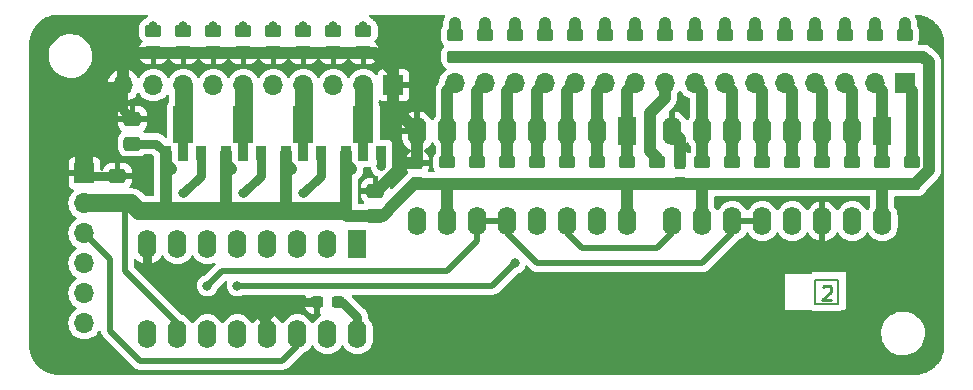
<source format=gbl>
%TF.GenerationSoftware,KiCad,Pcbnew,7.0.1-3b83917a11~172~ubuntu22.10.1*%
%TF.CreationDate,2023-10-02T08:25:50+02:00*%
%TF.ProjectId,hall_sensor_matrix_v2,68616c6c-5f73-4656-9e73-6f725f6d6174,revA*%
%TF.SameCoordinates,Original*%
%TF.FileFunction,Copper,L2,Bot*%
%TF.FilePolarity,Positive*%
%FSLAX46Y46*%
G04 Gerber Fmt 4.6, Leading zero omitted, Abs format (unit mm)*
G04 Created by KiCad (PCBNEW 7.0.1-3b83917a11~172~ubuntu22.10.1) date 2023-10-02 08:25:50*
%MOMM*%
%LPD*%
G01*
G04 APERTURE LIST*
G04 Aperture macros list*
%AMRoundRect*
0 Rectangle with rounded corners*
0 $1 Rounding radius*
0 $2 $3 $4 $5 $6 $7 $8 $9 X,Y pos of 4 corners*
0 Add a 4 corners polygon primitive as box body*
4,1,4,$2,$3,$4,$5,$6,$7,$8,$9,$2,$3,0*
0 Add four circle primitives for the rounded corners*
1,1,$1+$1,$2,$3*
1,1,$1+$1,$4,$5*
1,1,$1+$1,$6,$7*
1,1,$1+$1,$8,$9*
0 Add four rect primitives between the rounded corners*
20,1,$1+$1,$2,$3,$4,$5,0*
20,1,$1+$1,$4,$5,$6,$7,0*
20,1,$1+$1,$6,$7,$8,$9,0*
20,1,$1+$1,$8,$9,$2,$3,0*%
%AMFreePoly0*
4,1,9,3.862500,-0.866500,0.737500,-0.866500,0.737500,-0.450000,-0.737500,-0.450000,-0.737500,0.450000,0.737500,0.450000,0.737500,0.866500,3.862500,0.866500,3.862500,-0.866500,3.862500,-0.866500,$1*%
G04 Aperture macros list end*
%TA.AperFunction,NonConductor*%
%ADD10C,0.200000*%
%TD*%
%ADD11C,0.240000*%
%TA.AperFunction,NonConductor*%
%ADD12C,0.240000*%
%TD*%
%TA.AperFunction,ComponentPad*%
%ADD13R,1.600000X2.400000*%
%TD*%
%TA.AperFunction,ComponentPad*%
%ADD14O,1.600000X2.400000*%
%TD*%
%TA.AperFunction,ComponentPad*%
%ADD15R,1.700000X1.700000*%
%TD*%
%TA.AperFunction,ComponentPad*%
%ADD16O,1.700000X1.700000*%
%TD*%
%TA.AperFunction,SMDPad,CuDef*%
%ADD17RoundRect,0.237500X0.237500X-0.300000X0.237500X0.300000X-0.237500X0.300000X-0.237500X-0.300000X0*%
%TD*%
%TA.AperFunction,SMDPad,CuDef*%
%ADD18RoundRect,0.250000X0.450000X-0.262500X0.450000X0.262500X-0.450000X0.262500X-0.450000X-0.262500X0*%
%TD*%
%TA.AperFunction,SMDPad,CuDef*%
%ADD19RoundRect,0.250000X-0.450000X0.262500X-0.450000X-0.262500X0.450000X-0.262500X0.450000X0.262500X0*%
%TD*%
%TA.AperFunction,SMDPad,CuDef*%
%ADD20RoundRect,0.250000X0.475000X-0.337500X0.475000X0.337500X-0.475000X0.337500X-0.475000X-0.337500X0*%
%TD*%
%TA.AperFunction,SMDPad,CuDef*%
%ADD21R,0.900000X1.300000*%
%TD*%
%TA.AperFunction,SMDPad,CuDef*%
%ADD22FreePoly0,90.000000*%
%TD*%
%TA.AperFunction,SMDPad,CuDef*%
%ADD23RoundRect,0.237500X0.300000X0.237500X-0.300000X0.237500X-0.300000X-0.237500X0.300000X-0.237500X0*%
%TD*%
%TA.AperFunction,ViaPad*%
%ADD24C,0.800000*%
%TD*%
%TA.AperFunction,Conductor*%
%ADD25C,1.000000*%
%TD*%
%TA.AperFunction,Conductor*%
%ADD26C,0.500000*%
%TD*%
%TA.AperFunction,Conductor*%
%ADD27C,0.800000*%
%TD*%
%TA.AperFunction,Conductor*%
%ADD28C,1.500000*%
%TD*%
G04 APERTURE END LIST*
D10*
X104000000Y-82000000D02*
X106000000Y-82000000D01*
X106000000Y-84000000D01*
X104000000Y-84000000D01*
X104000000Y-82000000D01*
D11*
D12*
X104728571Y-82567428D02*
X104785714Y-82510285D01*
X104785714Y-82510285D02*
X104900000Y-82453142D01*
X104900000Y-82453142D02*
X105185714Y-82453142D01*
X105185714Y-82453142D02*
X105300000Y-82510285D01*
X105300000Y-82510285D02*
X105357142Y-82567428D01*
X105357142Y-82567428D02*
X105414285Y-82681714D01*
X105414285Y-82681714D02*
X105414285Y-82796000D01*
X105414285Y-82796000D02*
X105357142Y-82967428D01*
X105357142Y-82967428D02*
X104671428Y-83653142D01*
X104671428Y-83653142D02*
X105414285Y-83653142D01*
D13*
%TO.P,U1,1,QB*%
%TO.N,/d_C1*%
X65305000Y-78947500D03*
D14*
%TO.P,U1,2,QC*%
%TO.N,/d_C2*%
X62765000Y-78947500D03*
%TO.P,U1,3,QD*%
%TO.N,/d_C3*%
X60225000Y-78947500D03*
%TO.P,U1,4,QE*%
%TO.N,/d_C4*%
X57685000Y-78947500D03*
%TO.P,U1,5,QF*%
%TO.N,/d_C5*%
X55145000Y-78947500D03*
%TO.P,U1,6,QG*%
%TO.N,/d_C6*%
X52605000Y-78947500D03*
%TO.P,U1,7,QH*%
%TO.N,/d_C7*%
X50065000Y-78947500D03*
%TO.P,U1,8,GND*%
%TO.N,GND*%
X47525000Y-78947500D03*
%TO.P,U1,9,QHser*%
%TO.N,/Din_o*%
X47525000Y-86567500D03*
%TO.P,U1,10,~{SCLR}*%
%TO.N,+5V*%
X50065000Y-86567500D03*
%TO.P,U1,11,SCLK*%
%TO.N,/CLK*%
X52605000Y-86567500D03*
%TO.P,U1,12,RCLK*%
%TO.N,/Latch*%
X55145000Y-86567500D03*
%TO.P,U1,13,~{G}*%
%TO.N,GND*%
X57685000Y-86567500D03*
%TO.P,U1,14,SER*%
%TO.N,/Din*%
X60225000Y-86567500D03*
%TO.P,U1,15,QA*%
%TO.N,/d_C0*%
X62765000Y-86567500D03*
%TO.P,U1,16,VCC*%
%TO.N,+5V*%
X65305000Y-86567500D03*
%TD*%
D15*
%TO.P,J3,1,Pin_1*%
%TO.N,/R0*%
X111660000Y-65316000D03*
D16*
%TO.P,J3,2,Pin_2*%
%TO.N,/R1*%
X109120000Y-65316000D03*
%TO.P,J3,3,Pin_3*%
%TO.N,/R2*%
X106580000Y-65316000D03*
%TO.P,J3,4,Pin_4*%
%TO.N,/R3*%
X104040000Y-65316000D03*
%TO.P,J3,5,Pin_5*%
%TO.N,/R4*%
X101500000Y-65316000D03*
%TO.P,J3,6,Pin_6*%
%TO.N,/R5*%
X98960000Y-65316000D03*
%TO.P,J3,7,Pin_7*%
%TO.N,/R6*%
X96420000Y-65316000D03*
%TO.P,J3,8,Pin_8*%
%TO.N,/R7*%
X93880000Y-65316000D03*
%TO.P,J3,9,Pin_9*%
%TO.N,/R8*%
X91340000Y-65316000D03*
%TO.P,J3,10,Pin_10*%
%TO.N,/R9*%
X88800000Y-65316000D03*
%TO.P,J3,11,Pin_11*%
%TO.N,/R10*%
X86260000Y-65316000D03*
%TO.P,J3,12,Pin_12*%
%TO.N,/R11*%
X83720000Y-65316000D03*
%TO.P,J3,13,Pin_13*%
%TO.N,/R12*%
X81180000Y-65316000D03*
%TO.P,J3,14,Pin_14*%
%TO.N,/R13*%
X78640000Y-65316000D03*
%TO.P,J3,15,Pin_15*%
%TO.N,/R14*%
X76100000Y-65316000D03*
%TO.P,J3,16,Pin_16*%
%TO.N,/R15*%
X73560000Y-65316000D03*
%TD*%
D13*
%TO.P,U3,1,B*%
%TO.N,/R9*%
X88150000Y-69380000D03*
D14*
%TO.P,U3,2,C*%
%TO.N,/R10*%
X85610000Y-69380000D03*
%TO.P,U3,3,D*%
%TO.N,/R11*%
X83070000Y-69380000D03*
%TO.P,U3,4,E*%
%TO.N,/R12*%
X80530000Y-69380000D03*
%TO.P,U3,5,F*%
%TO.N,/R13*%
X77990000Y-69380000D03*
%TO.P,U3,6,G*%
%TO.N,/R14*%
X75450000Y-69380000D03*
%TO.P,U3,7,H*%
%TO.N,/R15*%
X72910000Y-69380000D03*
%TO.P,U3,8,GND*%
%TO.N,GND*%
X70370000Y-69380000D03*
%TO.P,U3,9,QH*%
%TO.N,/Dout*%
X70370000Y-77000000D03*
%TO.P,U3,10,~{R}*%
%TO.N,+5V*%
X72910000Y-77000000D03*
%TO.P,U3,11,SCK*%
%TO.N,/CLK*%
X75450000Y-77000000D03*
%TO.P,U3,12,CLK*%
X77990000Y-77000000D03*
%TO.P,U3,13,~{SLoad}*%
%TO.N,/Latch*%
X80530000Y-77000000D03*
%TO.P,U3,14,SER*%
%TO.N,/Dout_1*%
X83070000Y-77000000D03*
%TO.P,U3,15,A*%
%TO.N,/R8*%
X85610000Y-77000000D03*
%TO.P,U3,16,VCC*%
%TO.N,+5V*%
X88150000Y-77000000D03*
%TD*%
D13*
%TO.P,U2,1,B*%
%TO.N,/R1*%
X109740000Y-69380000D03*
D14*
%TO.P,U2,2,C*%
%TO.N,/R2*%
X107200000Y-69380000D03*
%TO.P,U2,3,D*%
%TO.N,/R3*%
X104660000Y-69380000D03*
%TO.P,U2,4,E*%
%TO.N,/R4*%
X102120000Y-69380000D03*
%TO.P,U2,5,F*%
%TO.N,/R5*%
X99580000Y-69380000D03*
%TO.P,U2,6,G*%
%TO.N,/R6*%
X97040000Y-69380000D03*
%TO.P,U2,7,H*%
%TO.N,/R7*%
X94500000Y-69380000D03*
%TO.P,U2,8,GND*%
%TO.N,GND*%
X91960000Y-69380000D03*
%TO.P,U2,9,QH*%
%TO.N,/Dout_1*%
X91960000Y-77000000D03*
%TO.P,U2,10,~{R}*%
%TO.N,+5V*%
X94500000Y-77000000D03*
%TO.P,U2,11,SCK*%
%TO.N,/CLK*%
X97040000Y-77000000D03*
%TO.P,U2,12,CLK*%
X99580000Y-77000000D03*
%TO.P,U2,13,~{SLoad}*%
%TO.N,/Latch*%
X102120000Y-77000000D03*
%TO.P,U2,14,SER*%
%TO.N,GND*%
X104660000Y-77000000D03*
%TO.P,U2,15,A*%
%TO.N,/R0*%
X107200000Y-77000000D03*
%TO.P,U2,16,VCC*%
%TO.N,+5V*%
X109740000Y-77000000D03*
%TD*%
D15*
%TO.P,J1,1,Pin_1*%
%TO.N,GND*%
X42191000Y-72936000D03*
D16*
%TO.P,J1,2,Pin_2*%
%TO.N,+5V*%
X42191000Y-75476000D03*
%TO.P,J1,3,Pin_3*%
%TO.N,/Din*%
X42191000Y-78016000D03*
%TO.P,J1,4,Pin_4*%
%TO.N,/Latch*%
X42191000Y-80556000D03*
%TO.P,J1,5,Pin_5*%
%TO.N,/CLK*%
X42191000Y-83096000D03*
%TO.P,J1,6,Pin_6*%
%TO.N,/Dout*%
X42191000Y-85636000D03*
%TD*%
D15*
%TO.P,J2,1,Pin_1*%
%TO.N,GND*%
X68353000Y-65485500D03*
D16*
%TO.P,J2,2,Pin_2*%
%TO.N,/C0*%
X65813000Y-65485500D03*
%TO.P,J2,3,Pin_3*%
%TO.N,/C1*%
X63273000Y-65485500D03*
%TO.P,J2,4,Pin_4*%
%TO.N,/C2*%
X60733000Y-65485500D03*
%TO.P,J2,5,Pin_5*%
%TO.N,/C3*%
X58193000Y-65485500D03*
%TO.P,J2,6,Pin_6*%
%TO.N,/C4*%
X55653000Y-65485500D03*
%TO.P,J2,7,Pin_7*%
%TO.N,/C5*%
X53113000Y-65485500D03*
%TO.P,J2,8,Pin_8*%
%TO.N,/C6*%
X50573000Y-65485500D03*
%TO.P,J2,9,Pin_9*%
%TO.N,/C7*%
X48033000Y-65485500D03*
%TO.P,J2,10,Pin_10*%
%TO.N,GND*%
X45493000Y-65485500D03*
%TD*%
D17*
%TO.P,C1,1*%
%TO.N,+5V*%
X70385000Y-73798500D03*
%TO.P,C1,2*%
%TO.N,GND*%
X70385000Y-72073500D03*
%TD*%
D18*
%TO.P,R20,1*%
%TO.N,+5V*%
X104675000Y-73848500D03*
%TO.P,R20,2*%
%TO.N,/R3*%
X104675000Y-72023500D03*
%TD*%
%TO.P,R43,1*%
%TO.N,+5V*%
X86260000Y-63053500D03*
%TO.P,R43,2*%
%TO.N,Net-(D19-A)*%
X86260000Y-61228500D03*
%TD*%
D19*
%TO.P,R11,1*%
%TO.N,Net-(D6-K)*%
X53113000Y-60863500D03*
%TO.P,R11,2*%
%TO.N,GND*%
X53113000Y-62688500D03*
%TD*%
D18*
%TO.P,R39,1*%
%TO.N,+5V*%
X96420000Y-63053500D03*
%TO.P,R39,2*%
%TO.N,Net-(D15-A)*%
X96420000Y-61228500D03*
%TD*%
%TO.P,R46,1*%
%TO.N,+5V*%
X78675000Y-63053500D03*
%TO.P,R46,2*%
%TO.N,Net-(D22-A)*%
X78675000Y-61228500D03*
%TD*%
D20*
%TO.P,C2,1*%
%TO.N,+5V*%
X44985000Y-75243500D03*
%TO.P,C2,2*%
%TO.N,GND*%
X44985000Y-73168500D03*
%TD*%
D18*
%TO.P,R29,1*%
%TO.N,+5V*%
X80545000Y-73848500D03*
%TO.P,R29,2*%
%TO.N,/R12*%
X80545000Y-72023500D03*
%TD*%
D19*
%TO.P,R3,1*%
%TO.N,Net-(D2-K)*%
X63273000Y-60863500D03*
%TO.P,R3,2*%
%TO.N,GND*%
X63273000Y-62688500D03*
%TD*%
D18*
%TO.P,R48,1*%
%TO.N,+5V*%
X73560000Y-63053500D03*
%TO.P,R48,2*%
%TO.N,Net-(D24-A)*%
X73560000Y-61228500D03*
%TD*%
D19*
%TO.P,R7,1*%
%TO.N,Net-(D4-K)*%
X58193000Y-60863500D03*
%TO.P,R7,2*%
%TO.N,GND*%
X58193000Y-62688500D03*
%TD*%
D18*
%TO.P,R42,1*%
%TO.N,+5V*%
X88800000Y-63053500D03*
%TO.P,R42,2*%
%TO.N,Net-(D18-A)*%
X88800000Y-61228500D03*
%TD*%
%TO.P,R33,1*%
%TO.N,+5V*%
X111660000Y-63053500D03*
%TO.P,R33,2*%
%TO.N,Net-(D9-A)*%
X111660000Y-61228500D03*
%TD*%
%TO.P,R18,1*%
%TO.N,+5V*%
X109755000Y-73848500D03*
%TO.P,R18,2*%
%TO.N,/R1*%
X109755000Y-72023500D03*
%TD*%
%TO.P,R24,1*%
%TO.N,+5V*%
X94515000Y-73848500D03*
%TO.P,R24,2*%
%TO.N,/R7*%
X94515000Y-72023500D03*
%TD*%
%TO.P,R40,1*%
%TO.N,+5V*%
X93880000Y-63053500D03*
%TO.P,R40,2*%
%TO.N,Net-(D16-A)*%
X93880000Y-61228500D03*
%TD*%
%TO.P,R37,1*%
%TO.N,+5V*%
X101500000Y-63053500D03*
%TO.P,R37,2*%
%TO.N,Net-(D13-A)*%
X101500000Y-61228500D03*
%TD*%
%TO.P,R22,1*%
%TO.N,+5V*%
X99595000Y-73848500D03*
%TO.P,R22,2*%
%TO.N,/R5*%
X99595000Y-72023500D03*
%TD*%
D17*
%TO.P,C5,1*%
%TO.N,+5V*%
X92610000Y-73798500D03*
%TO.P,C5,2*%
%TO.N,GND*%
X92610000Y-72073500D03*
%TD*%
D18*
%TO.P,R25,1*%
%TO.N,+5V*%
X90705000Y-73848500D03*
%TO.P,R25,2*%
%TO.N,/R8*%
X90705000Y-72023500D03*
%TD*%
%TO.P,R32,1*%
%TO.N,+5V*%
X72925000Y-73848500D03*
%TO.P,R32,2*%
%TO.N,/R15*%
X72925000Y-72023500D03*
%TD*%
%TO.P,R23,1*%
%TO.N,+5V*%
X97055000Y-73848500D03*
%TO.P,R23,2*%
%TO.N,/R6*%
X97055000Y-72023500D03*
%TD*%
%TO.P,R45,1*%
%TO.N,+5V*%
X81215000Y-63053500D03*
%TO.P,R45,2*%
%TO.N,Net-(D21-A)*%
X81215000Y-61228500D03*
%TD*%
%TO.P,R34,1*%
%TO.N,+5V*%
X109120000Y-63053500D03*
%TO.P,R34,2*%
%TO.N,Net-(D10-A)*%
X109120000Y-61228500D03*
%TD*%
D21*
%TO.P,Q1,1,G*%
%TO.N,Net-(Q1-G)*%
X67313000Y-71245500D03*
D22*
%TO.P,Q1,2,D*%
%TO.N,/C0*%
X65813000Y-71158000D03*
D21*
%TO.P,Q1,3,S*%
%TO.N,+5V*%
X64313000Y-71245500D03*
%TD*%
D18*
%TO.P,R19,1*%
%TO.N,+5V*%
X107215000Y-73848500D03*
%TO.P,R19,2*%
%TO.N,/R2*%
X107215000Y-72023500D03*
%TD*%
D21*
%TO.P,Q3,1,G*%
%TO.N,Net-(Q3-G)*%
X62233000Y-71245500D03*
D22*
%TO.P,Q3,2,D*%
%TO.N,/C2*%
X60733000Y-71158000D03*
D21*
%TO.P,Q3,3,S*%
%TO.N,+5V*%
X59233000Y-71245500D03*
%TD*%
D18*
%TO.P,R27,1*%
%TO.N,+5V*%
X85625000Y-73848500D03*
%TO.P,R27,2*%
%TO.N,/R10*%
X85625000Y-72023500D03*
%TD*%
%TO.P,R31,1*%
%TO.N,+5V*%
X75465000Y-73848500D03*
%TO.P,R31,2*%
%TO.N,/R14*%
X75465000Y-72023500D03*
%TD*%
D20*
%TO.P,C4,1*%
%TO.N,+5V*%
X66829000Y-76513500D03*
%TO.P,C4,2*%
%TO.N,GND*%
X66829000Y-74438500D03*
%TD*%
D18*
%TO.P,R47,1*%
%TO.N,+5V*%
X76135000Y-63053500D03*
%TO.P,R47,2*%
%TO.N,Net-(D23-A)*%
X76135000Y-61228500D03*
%TD*%
%TO.P,R17,1*%
%TO.N,+5V*%
X112295000Y-73848500D03*
%TO.P,R17,2*%
%TO.N,/R0*%
X112295000Y-72023500D03*
%TD*%
D19*
%TO.P,R13,1*%
%TO.N,Net-(D7-K)*%
X50573000Y-60863500D03*
%TO.P,R13,2*%
%TO.N,GND*%
X50573000Y-62688500D03*
%TD*%
D18*
%TO.P,R38,1*%
%TO.N,+5V*%
X98960000Y-63053500D03*
%TO.P,R38,2*%
%TO.N,Net-(D14-A)*%
X98960000Y-61228500D03*
%TD*%
D19*
%TO.P,R1,1*%
%TO.N,Net-(D1-K)*%
X65813000Y-60863500D03*
%TO.P,R1,2*%
%TO.N,GND*%
X65813000Y-62688500D03*
%TD*%
D21*
%TO.P,Q7,1,G*%
%TO.N,Net-(Q7-G)*%
X52073000Y-71245500D03*
D22*
%TO.P,Q7,2,D*%
%TO.N,/C6*%
X50573000Y-71158000D03*
D21*
%TO.P,Q7,3,S*%
%TO.N,+5V*%
X49073000Y-71245500D03*
%TD*%
D18*
%TO.P,R44,1*%
%TO.N,+5V*%
X83720000Y-63053500D03*
%TO.P,R44,2*%
%TO.N,Net-(D20-A)*%
X83720000Y-61228500D03*
%TD*%
%TO.P,R30,1*%
%TO.N,+5V*%
X78005000Y-73848500D03*
%TO.P,R30,2*%
%TO.N,/R13*%
X78005000Y-72023500D03*
%TD*%
%TO.P,R26,1*%
%TO.N,+5V*%
X88165000Y-73848500D03*
%TO.P,R26,2*%
%TO.N,/R9*%
X88165000Y-72023500D03*
%TD*%
D19*
%TO.P,R5,1*%
%TO.N,Net-(D3-K)*%
X60733000Y-60863500D03*
%TO.P,R5,2*%
%TO.N,GND*%
X60733000Y-62688500D03*
%TD*%
D18*
%TO.P,R41,1*%
%TO.N,+5V*%
X91340000Y-63053500D03*
%TO.P,R41,2*%
%TO.N,Net-(D17-A)*%
X91340000Y-61228500D03*
%TD*%
D20*
%TO.P,C6,1*%
%TO.N,+5V*%
X46255000Y-70417500D03*
%TO.P,C6,2*%
%TO.N,GND*%
X46255000Y-68342500D03*
%TD*%
D21*
%TO.P,Q5,1,G*%
%TO.N,Net-(Q5-G)*%
X57153000Y-71245500D03*
D22*
%TO.P,Q5,2,D*%
%TO.N,/C4*%
X55653000Y-71158000D03*
D21*
%TO.P,Q5,3,S*%
%TO.N,+5V*%
X54153000Y-71245500D03*
%TD*%
D23*
%TO.P,C3,1*%
%TO.N,+5V*%
X63627500Y-83858000D03*
%TO.P,C3,2*%
%TO.N,GND*%
X61902500Y-83858000D03*
%TD*%
D18*
%TO.P,R35,1*%
%TO.N,+5V*%
X106580000Y-63053500D03*
%TO.P,R35,2*%
%TO.N,Net-(D11-A)*%
X106580000Y-61228500D03*
%TD*%
%TO.P,R21,1*%
%TO.N,+5V*%
X102135000Y-73848500D03*
%TO.P,R21,2*%
%TO.N,/R4*%
X102135000Y-72023500D03*
%TD*%
%TO.P,R36,1*%
%TO.N,+5V*%
X104040000Y-63053500D03*
%TO.P,R36,2*%
%TO.N,Net-(D12-A)*%
X104040000Y-61228500D03*
%TD*%
D19*
%TO.P,R9,1*%
%TO.N,Net-(D5-K)*%
X55653000Y-60863500D03*
%TO.P,R9,2*%
%TO.N,GND*%
X55653000Y-62688500D03*
%TD*%
%TO.P,R15,1*%
%TO.N,Net-(D8-K)*%
X48033000Y-60863500D03*
%TO.P,R15,2*%
%TO.N,GND*%
X48033000Y-62688500D03*
%TD*%
D18*
%TO.P,R28,1*%
%TO.N,+5V*%
X83085000Y-73848500D03*
%TO.P,R28,2*%
%TO.N,/R11*%
X83085000Y-72023500D03*
%TD*%
D24*
%TO.N,+5V*%
X59717000Y-72597500D03*
X64797000Y-72597500D03*
X54637000Y-72597500D03*
X49557000Y-72597500D03*
X68480000Y-75476000D03*
%TO.N,Net-(D1-K)*%
X65813000Y-60490000D03*
%TO.N,Net-(D2-K)*%
X63273000Y-60490000D03*
%TO.N,Net-(D3-K)*%
X60733000Y-60490000D03*
%TO.N,Net-(D4-K)*%
X58193000Y-60490000D03*
%TO.N,Net-(D5-K)*%
X55653000Y-60490000D03*
%TO.N,Net-(D6-K)*%
X53113000Y-60490000D03*
%TO.N,Net-(D7-K)*%
X50573000Y-60490000D03*
%TO.N,Net-(D8-K)*%
X48033000Y-60490000D03*
%TO.N,/Latch*%
X78640000Y-80556000D03*
X55145000Y-82461000D03*
%TO.N,/CLK*%
X52605000Y-82461000D03*
%TO.N,/R8*%
X90705000Y-71666000D03*
%TO.N,Net-(Q1-G)*%
X67337000Y-72343500D03*
%TO.N,Net-(Q3-G)*%
X60733000Y-74629500D03*
%TO.N,Net-(Q5-G)*%
X55653000Y-74629500D03*
%TO.N,Net-(Q7-G)*%
X50573000Y-74629500D03*
%TO.N,Net-(D9-A)*%
X111660000Y-60236000D03*
%TO.N,Net-(D10-A)*%
X109120000Y-60236000D03*
%TO.N,Net-(D11-A)*%
X106580000Y-60236000D03*
%TO.N,Net-(D12-A)*%
X104040000Y-60236000D03*
%TO.N,Net-(D13-A)*%
X101500000Y-60236000D03*
%TO.N,Net-(D14-A)*%
X98960000Y-60236000D03*
%TO.N,Net-(D15-A)*%
X96420000Y-60236000D03*
%TO.N,Net-(D16-A)*%
X93880000Y-60236000D03*
%TO.N,Net-(D17-A)*%
X91340000Y-60236000D03*
%TO.N,Net-(D18-A)*%
X88800000Y-60236000D03*
%TO.N,Net-(D19-A)*%
X86260000Y-60236000D03*
%TO.N,Net-(D20-A)*%
X83720000Y-60236000D03*
%TO.N,Net-(D21-A)*%
X81180000Y-60236000D03*
%TO.N,Net-(D22-A)*%
X78640000Y-60236000D03*
%TO.N,Net-(D23-A)*%
X76100000Y-60236000D03*
%TO.N,Net-(D24-A)*%
X73560000Y-60236000D03*
%TD*%
D25*
%TO.N,+5V*%
X111660000Y-63053500D02*
X113207500Y-63053500D01*
X64395000Y-76513500D02*
X64035000Y-76153500D01*
X72925000Y-73848500D02*
X109755000Y-73848500D01*
X67442500Y-76513500D02*
X68480000Y-75476000D01*
X94500000Y-77000000D02*
X94500000Y-73863500D01*
X54153000Y-71245500D02*
X54153000Y-76129500D01*
D26*
X50065000Y-86567500D02*
X50065000Y-85636000D01*
D25*
X66829000Y-76513500D02*
X64395000Y-76513500D01*
X88150000Y-73863500D02*
X88165000Y-73848500D01*
X59233000Y-71245500D02*
X59233000Y-75923500D01*
D26*
X45620000Y-81191000D02*
X45620000Y-75476000D01*
D27*
X46255000Y-70417500D02*
X48245000Y-70417500D01*
D25*
X113695000Y-63541000D02*
X113695000Y-72679503D01*
X113207500Y-63053500D02*
X113695000Y-63541000D01*
D28*
X59463000Y-76153500D02*
X64035000Y-76153500D01*
D25*
X64313000Y-71245500D02*
X64313000Y-72113500D01*
X59233000Y-75923500D02*
X59463000Y-76153500D01*
X54153000Y-71245500D02*
X54153000Y-72113500D01*
D28*
X42191000Y-75476000D02*
X45620000Y-75476000D01*
D27*
X64035000Y-83858000D02*
X65305000Y-85128000D01*
D25*
X109740000Y-73863500D02*
X109755000Y-73848500D01*
X49073000Y-72113500D02*
X49557000Y-72597500D01*
D28*
X49049000Y-76153500D02*
X54129000Y-76153500D01*
D25*
X111660000Y-63053500D02*
X73560000Y-63053500D01*
X64313000Y-75875500D02*
X64035000Y-76153500D01*
D28*
X46170000Y-75476000D02*
X46847500Y-76153500D01*
X46847500Y-76153500D02*
X49049000Y-76153500D01*
D25*
X64313000Y-72113500D02*
X64797000Y-72597500D01*
X72910000Y-73863500D02*
X72925000Y-73848500D01*
X49073000Y-71245500D02*
X49073000Y-72113500D01*
D27*
X65305000Y-85128000D02*
X65305000Y-86567500D01*
D25*
X72910000Y-77000000D02*
X72910000Y-73863500D01*
X64313000Y-71245500D02*
X64313000Y-75875500D01*
X49073000Y-71245500D02*
X49073000Y-76129500D01*
D28*
X45620000Y-75476000D02*
X46170000Y-75476000D01*
D25*
X112526003Y-73848500D02*
X112295000Y-73848500D01*
X54153000Y-72113500D02*
X54637000Y-72597500D01*
X59233000Y-72113500D02*
X59717000Y-72597500D01*
X66829000Y-76513500D02*
X67442500Y-76513500D01*
X70157500Y-73798500D02*
X70385000Y-73798500D01*
D26*
X50065000Y-85636000D02*
X45620000Y-81191000D01*
D25*
X109755000Y-73848500D02*
X112295000Y-73848500D01*
X68480000Y-75476000D02*
X70157500Y-73798500D01*
X109740000Y-77000000D02*
X109740000Y-73863500D01*
X70435000Y-73848500D02*
X70385000Y-73798500D01*
D28*
X54129000Y-76153500D02*
X59463000Y-76153500D01*
D25*
X94500000Y-73863500D02*
X94515000Y-73848500D01*
X72925000Y-73848500D02*
X70435000Y-73848500D01*
X113695000Y-72679503D02*
X112526003Y-73848500D01*
D27*
X48245000Y-70417500D02*
X49073000Y-71245500D01*
D25*
X88150000Y-77000000D02*
X88150000Y-73863500D01*
X59233000Y-71245500D02*
X59233000Y-72113500D01*
D27*
X63802500Y-83858000D02*
X64035000Y-83858000D01*
D25*
X49073000Y-76129500D02*
X49049000Y-76153500D01*
X54153000Y-76129500D02*
X54129000Y-76153500D01*
%TO.N,GND*%
X70385000Y-69395000D02*
X70370000Y-69380000D01*
X68353000Y-65485500D02*
X68353000Y-67363000D01*
D27*
X57685000Y-86567500D02*
X57685000Y-85636000D01*
X42423500Y-73168500D02*
X42191000Y-72936000D01*
D25*
X45493000Y-64046000D02*
X45493000Y-65485500D01*
D28*
X42191000Y-68787500D02*
X45493000Y-65485500D01*
D27*
X45493000Y-65485500D02*
X45493000Y-67580500D01*
D25*
X46763000Y-62776000D02*
X45493000Y-64046000D01*
X92610000Y-72073500D02*
X92610000Y-70030000D01*
D27*
X45493000Y-67580500D02*
X46255000Y-68342500D01*
D25*
X65813000Y-62776000D02*
X48033000Y-62776000D01*
X66977500Y-74438500D02*
X69342500Y-72073500D01*
X70385000Y-72073500D02*
X70385000Y-69395000D01*
X48033000Y-62776000D02*
X46763000Y-62776000D01*
X66829000Y-62776000D02*
X68353000Y-64300000D01*
D27*
X58828000Y-83858000D02*
X57367500Y-85318500D01*
X50700000Y-84366000D02*
X47525000Y-81191000D01*
D25*
X68353000Y-64300000D02*
X68353000Y-65485500D01*
X68353000Y-67363000D02*
X70370000Y-69380000D01*
D27*
X57367500Y-85318500D02*
X56415000Y-84366000D01*
X47525000Y-81191000D02*
X47525000Y-78947500D01*
D25*
X69342500Y-72073500D02*
X70385000Y-72073500D01*
X65813000Y-62776000D02*
X66829000Y-62776000D01*
D27*
X61902500Y-83858000D02*
X58828000Y-83858000D01*
X44985000Y-73168500D02*
X42423500Y-73168500D01*
D25*
X66829000Y-74438500D02*
X66977500Y-74438500D01*
D27*
X57685000Y-85636000D02*
X57367500Y-85318500D01*
X56415000Y-84366000D02*
X50700000Y-84366000D01*
D25*
X92610000Y-70030000D02*
X91960000Y-69380000D01*
D28*
X42191000Y-72936000D02*
X42191000Y-68787500D01*
%TO.N,/C0*%
X65818000Y-65485500D02*
X65818000Y-67258500D01*
%TO.N,/C2*%
X60738000Y-65485500D02*
X60738000Y-67258500D01*
%TO.N,/C4*%
X55658000Y-65485500D02*
X55658000Y-67258500D01*
%TO.N,/C6*%
X50578000Y-65485500D02*
X50578000Y-67258500D01*
D26*
%TO.N,/Din*%
X44350000Y-80175000D02*
X44350000Y-86271000D01*
X46890000Y-88811000D02*
X58955000Y-88811000D01*
X60225000Y-87541000D02*
X60225000Y-86567500D01*
X58955000Y-88811000D02*
X60225000Y-87541000D01*
X44350000Y-86271000D02*
X46890000Y-88811000D01*
X42191000Y-78016000D02*
X44350000Y-80175000D01*
%TO.N,/Latch*%
X57685000Y-82461000D02*
X76735000Y-82461000D01*
X57685000Y-82461000D02*
X55145000Y-82461000D01*
X76735000Y-82461000D02*
X78640000Y-80556000D01*
%TO.N,/CLK*%
X75450000Y-78666000D02*
X75450000Y-77000000D01*
X97040000Y-77000000D02*
X99580000Y-77000000D01*
X72925000Y-81191000D02*
X75450000Y-78666000D01*
X75450000Y-77000000D02*
X77990000Y-77000000D01*
X52605000Y-82461000D02*
X53875000Y-81191000D01*
X77990000Y-78001000D02*
X80545000Y-80556000D01*
X77990000Y-77000000D02*
X77990000Y-78001000D01*
X80545000Y-80556000D02*
X94515000Y-80556000D01*
X53875000Y-81191000D02*
X72925000Y-81191000D01*
X94515000Y-80556000D02*
X97040000Y-78031000D01*
X97040000Y-78031000D02*
X97040000Y-77000000D01*
D25*
%TO.N,/R0*%
X112295000Y-72023500D02*
X112295000Y-65951000D01*
X112295000Y-65951000D02*
X111660000Y-65316000D01*
%TO.N,/R1*%
X109755000Y-72023500D02*
X109755000Y-65951000D01*
X109755000Y-65951000D02*
X109120000Y-65316000D01*
%TO.N,/R2*%
X107215000Y-72023500D02*
X107215000Y-65951000D01*
X107215000Y-65951000D02*
X106580000Y-65316000D01*
%TO.N,/R3*%
X104675000Y-65951000D02*
X104040000Y-65316000D01*
X104675000Y-72023500D02*
X104675000Y-65951000D01*
%TO.N,/R4*%
X102135000Y-65951000D02*
X101500000Y-65316000D01*
X102135000Y-72023500D02*
X102135000Y-65951000D01*
%TO.N,/R5*%
X99595000Y-65951000D02*
X98960000Y-65316000D01*
X99595000Y-72023500D02*
X99595000Y-65951000D01*
%TO.N,/R6*%
X97040000Y-65936000D02*
X96420000Y-65316000D01*
X97040000Y-69380000D02*
X97040000Y-65936000D01*
X97055000Y-72023500D02*
X97055000Y-69395000D01*
X97055000Y-69395000D02*
X97040000Y-69380000D01*
%TO.N,/R7*%
X94515000Y-69395000D02*
X94500000Y-69380000D01*
X94515000Y-72023500D02*
X94515000Y-69395000D01*
X94500000Y-69380000D02*
X94500000Y-65936000D01*
X94500000Y-65936000D02*
X93880000Y-65316000D01*
%TO.N,/R8*%
X90070000Y-67856000D02*
X91340000Y-66586000D01*
X90705000Y-71666000D02*
X90070000Y-71031000D01*
X90070000Y-71031000D02*
X90070000Y-67856000D01*
X91340000Y-66586000D02*
X91340000Y-65316000D01*
%TO.N,/R9*%
X88165000Y-65951000D02*
X88800000Y-65316000D01*
X88165000Y-72023500D02*
X88165000Y-65951000D01*
%TO.N,/R10*%
X85625000Y-65951000D02*
X86260000Y-65316000D01*
X85625000Y-72023500D02*
X85625000Y-65951000D01*
%TO.N,/R11*%
X83085000Y-72023500D02*
X83085000Y-65951000D01*
X83085000Y-65951000D02*
X83720000Y-65316000D01*
%TO.N,/R12*%
X80545000Y-65951000D02*
X81180000Y-65316000D01*
X80545000Y-72023500D02*
X80545000Y-65951000D01*
%TO.N,/R13*%
X78005000Y-65951000D02*
X78640000Y-65316000D01*
X78005000Y-72023500D02*
X78005000Y-65951000D01*
%TO.N,/R14*%
X75465000Y-65951000D02*
X76100000Y-65316000D01*
X75465000Y-72023500D02*
X75465000Y-65951000D01*
%TO.N,/R15*%
X72925000Y-65951000D02*
X73560000Y-65316000D01*
X72925000Y-72023500D02*
X72925000Y-65951000D01*
D27*
%TO.N,Net-(Q1-G)*%
X67337000Y-72343500D02*
X67337000Y-71269500D01*
X67337000Y-71269500D02*
X67313000Y-71245500D01*
%TO.N,Net-(Q3-G)*%
X62233000Y-71245500D02*
X62233000Y-73129500D01*
X62233000Y-73129500D02*
X60733000Y-74629500D01*
%TO.N,Net-(Q5-G)*%
X57153000Y-71245500D02*
X57153000Y-73129500D01*
X55653000Y-74629500D02*
X57153000Y-73129500D01*
%TO.N,Net-(Q7-G)*%
X52073000Y-71245500D02*
X52073000Y-73129500D01*
X52073000Y-73129500D02*
X50573000Y-74629500D01*
D26*
%TO.N,/Dout_1*%
X84355000Y-79286000D02*
X83070000Y-78001000D01*
X83070000Y-78001000D02*
X83070000Y-77000000D01*
X91960000Y-78031000D02*
X90705000Y-79286000D01*
X90705000Y-79286000D02*
X84355000Y-79286000D01*
X91960000Y-77000000D02*
X91960000Y-78031000D01*
D25*
%TO.N,Net-(D9-A)*%
X111660000Y-61228500D02*
X111660000Y-60236000D01*
%TO.N,Net-(D10-A)*%
X109120000Y-61228500D02*
X109120000Y-60236000D01*
%TO.N,Net-(D11-A)*%
X106580000Y-61228500D02*
X106580000Y-60236000D01*
%TO.N,Net-(D12-A)*%
X104040000Y-61228500D02*
X104040000Y-60236000D01*
%TO.N,Net-(D13-A)*%
X101500000Y-61228500D02*
X101500000Y-60236000D01*
%TO.N,Net-(D14-A)*%
X98960000Y-61228500D02*
X98960000Y-60236000D01*
%TO.N,Net-(D15-A)*%
X96420000Y-61228500D02*
X96420000Y-60236000D01*
%TO.N,Net-(D16-A)*%
X93880000Y-61228500D02*
X93880000Y-60236000D01*
%TO.N,Net-(D17-A)*%
X91340000Y-61228500D02*
X91340000Y-60236000D01*
%TO.N,Net-(D18-A)*%
X88800000Y-61228500D02*
X88800000Y-60236000D01*
%TO.N,Net-(D19-A)*%
X86260000Y-61228500D02*
X86260000Y-60236000D01*
%TO.N,Net-(D20-A)*%
X83720000Y-61228500D02*
X83720000Y-60236000D01*
%TO.N,Net-(D21-A)*%
X81215000Y-60271000D02*
X81180000Y-60236000D01*
X81215000Y-61228500D02*
X81215000Y-60271000D01*
%TO.N,Net-(D22-A)*%
X78675000Y-60271000D02*
X78640000Y-60236000D01*
X78675000Y-61228500D02*
X78675000Y-60271000D01*
%TO.N,Net-(D23-A)*%
X76135000Y-61228500D02*
X76135000Y-60271000D01*
X76135000Y-60271000D02*
X76100000Y-60236000D01*
%TO.N,Net-(D24-A)*%
X73560000Y-61228500D02*
X73560000Y-60236000D01*
%TD*%
%TA.AperFunction,Conductor*%
%TO.N,GND*%
G36*
X47541012Y-59515838D02*
G01*
X47585972Y-59558057D01*
X47605030Y-59616714D01*
X47593474Y-59677297D01*
X47554160Y-59724818D01*
X47427128Y-59817111D01*
X47391470Y-59856713D01*
X47338328Y-59891444D01*
X47263667Y-59916185D01*
X47114342Y-60008288D01*
X46990288Y-60132342D01*
X46898186Y-60281665D01*
X46843000Y-60448202D01*
X46832500Y-60550991D01*
X46832500Y-61176008D01*
X46843000Y-61278796D01*
X46898186Y-61445334D01*
X46990288Y-61594657D01*
X47084303Y-61688672D01*
X47116397Y-61744259D01*
X47116397Y-61808446D01*
X47084304Y-61864034D01*
X46990681Y-61957656D01*
X46898642Y-62106877D01*
X46843493Y-62273303D01*
X46833000Y-62376021D01*
X46833000Y-62438500D01*
X48159000Y-62438500D01*
X48221000Y-62455113D01*
X48266387Y-62500500D01*
X48283000Y-62562500D01*
X48283000Y-63700999D01*
X48532979Y-63700999D01*
X48635695Y-63690506D01*
X48802122Y-63635357D01*
X48951345Y-63543316D01*
X49075316Y-63419345D01*
X49167357Y-63270122D01*
X49185294Y-63215994D01*
X49218432Y-63164310D01*
X49272302Y-63134858D01*
X49333698Y-63134858D01*
X49387568Y-63164310D01*
X49420706Y-63215994D01*
X49438642Y-63270122D01*
X49530683Y-63419345D01*
X49654654Y-63543316D01*
X49803877Y-63635357D01*
X49970303Y-63690506D01*
X50073021Y-63701000D01*
X50323000Y-63701000D01*
X50323000Y-62562500D01*
X50339613Y-62500500D01*
X50385000Y-62455113D01*
X50447000Y-62438500D01*
X50699000Y-62438500D01*
X50761000Y-62455113D01*
X50806387Y-62500500D01*
X50823000Y-62562500D01*
X50823000Y-63700999D01*
X51072979Y-63700999D01*
X51175695Y-63690506D01*
X51342122Y-63635357D01*
X51491345Y-63543316D01*
X51615316Y-63419345D01*
X51707357Y-63270122D01*
X51725294Y-63215994D01*
X51758432Y-63164310D01*
X51812302Y-63134858D01*
X51873698Y-63134858D01*
X51927568Y-63164310D01*
X51960706Y-63215994D01*
X51978642Y-63270122D01*
X52070683Y-63419345D01*
X52194654Y-63543316D01*
X52343877Y-63635357D01*
X52510303Y-63690506D01*
X52613021Y-63701000D01*
X52863000Y-63701000D01*
X52863000Y-62562500D01*
X52879613Y-62500500D01*
X52925000Y-62455113D01*
X52987000Y-62438500D01*
X53239000Y-62438500D01*
X53301000Y-62455113D01*
X53346387Y-62500500D01*
X53363000Y-62562500D01*
X53363000Y-63700999D01*
X53612979Y-63700999D01*
X53715695Y-63690506D01*
X53882122Y-63635357D01*
X54031345Y-63543316D01*
X54155316Y-63419345D01*
X54247357Y-63270122D01*
X54265294Y-63215994D01*
X54298432Y-63164310D01*
X54352302Y-63134858D01*
X54413698Y-63134858D01*
X54467568Y-63164310D01*
X54500706Y-63215994D01*
X54518642Y-63270122D01*
X54610683Y-63419345D01*
X54734654Y-63543316D01*
X54883877Y-63635357D01*
X55050303Y-63690506D01*
X55153021Y-63701000D01*
X55403000Y-63701000D01*
X55403000Y-62562500D01*
X55419613Y-62500500D01*
X55465000Y-62455113D01*
X55527000Y-62438500D01*
X55779000Y-62438500D01*
X55841000Y-62455113D01*
X55886387Y-62500500D01*
X55903000Y-62562500D01*
X55903000Y-63700999D01*
X56152979Y-63700999D01*
X56255695Y-63690506D01*
X56422122Y-63635357D01*
X56571345Y-63543316D01*
X56695316Y-63419345D01*
X56787357Y-63270122D01*
X56805294Y-63215994D01*
X56838432Y-63164310D01*
X56892302Y-63134858D01*
X56953698Y-63134858D01*
X57007568Y-63164310D01*
X57040706Y-63215994D01*
X57058642Y-63270122D01*
X57150683Y-63419345D01*
X57274654Y-63543316D01*
X57423877Y-63635357D01*
X57590303Y-63690506D01*
X57693021Y-63701000D01*
X57943000Y-63701000D01*
X57943000Y-62562500D01*
X57959613Y-62500500D01*
X58005000Y-62455113D01*
X58067000Y-62438500D01*
X58319000Y-62438500D01*
X58381000Y-62455113D01*
X58426387Y-62500500D01*
X58443000Y-62562500D01*
X58443000Y-63700999D01*
X58692979Y-63700999D01*
X58795695Y-63690506D01*
X58962122Y-63635357D01*
X59111345Y-63543316D01*
X59235316Y-63419345D01*
X59327357Y-63270122D01*
X59345294Y-63215994D01*
X59378432Y-63164310D01*
X59432302Y-63134858D01*
X59493698Y-63134858D01*
X59547568Y-63164310D01*
X59580706Y-63215994D01*
X59598642Y-63270122D01*
X59690683Y-63419345D01*
X59814654Y-63543316D01*
X59963877Y-63635357D01*
X60130303Y-63690506D01*
X60233021Y-63701000D01*
X60483000Y-63701000D01*
X60483000Y-62562500D01*
X60499613Y-62500500D01*
X60545000Y-62455113D01*
X60607000Y-62438500D01*
X60859000Y-62438500D01*
X60921000Y-62455113D01*
X60966387Y-62500500D01*
X60983000Y-62562500D01*
X60983000Y-63700999D01*
X61232979Y-63700999D01*
X61335695Y-63690506D01*
X61502122Y-63635357D01*
X61651345Y-63543316D01*
X61775316Y-63419345D01*
X61867357Y-63270122D01*
X61885294Y-63215994D01*
X61918432Y-63164310D01*
X61972302Y-63134858D01*
X62033698Y-63134858D01*
X62087568Y-63164310D01*
X62120706Y-63215994D01*
X62138642Y-63270122D01*
X62230683Y-63419345D01*
X62354654Y-63543316D01*
X62503877Y-63635357D01*
X62670303Y-63690506D01*
X62773021Y-63701000D01*
X63023000Y-63701000D01*
X63023000Y-62562500D01*
X63039613Y-62500500D01*
X63085000Y-62455113D01*
X63147000Y-62438500D01*
X63399000Y-62438500D01*
X63461000Y-62455113D01*
X63506387Y-62500500D01*
X63523000Y-62562500D01*
X63523000Y-63700999D01*
X63772979Y-63700999D01*
X63875695Y-63690506D01*
X64042122Y-63635357D01*
X64191345Y-63543316D01*
X64315316Y-63419345D01*
X64407357Y-63270122D01*
X64425294Y-63215994D01*
X64458432Y-63164310D01*
X64512302Y-63134858D01*
X64573698Y-63134858D01*
X64627568Y-63164310D01*
X64660706Y-63215994D01*
X64678642Y-63270122D01*
X64770683Y-63419345D01*
X64894654Y-63543316D01*
X65043877Y-63635357D01*
X65210303Y-63690506D01*
X65313021Y-63701000D01*
X65563000Y-63701000D01*
X65563000Y-62938500D01*
X66063000Y-62938500D01*
X66063000Y-63700999D01*
X66312979Y-63700999D01*
X66415695Y-63690506D01*
X66582122Y-63635357D01*
X66731345Y-63543316D01*
X66855316Y-63419345D01*
X66947357Y-63270122D01*
X67002506Y-63103696D01*
X67013000Y-63000979D01*
X67013000Y-62938500D01*
X66063000Y-62938500D01*
X65563000Y-62938500D01*
X65563000Y-62562500D01*
X65579613Y-62500500D01*
X65625000Y-62455113D01*
X65687000Y-62438500D01*
X67012999Y-62438500D01*
X67012999Y-62376021D01*
X67002506Y-62273304D01*
X66947357Y-62106877D01*
X66855316Y-61957654D01*
X66761696Y-61864034D01*
X66729602Y-61808446D01*
X66729602Y-61744259D01*
X66761694Y-61688673D01*
X66855712Y-61594656D01*
X66947814Y-61445334D01*
X67002999Y-61278797D01*
X67013500Y-61176009D01*
X67013499Y-60550992D01*
X67004717Y-60465026D01*
X67002999Y-60448203D01*
X66987963Y-60402827D01*
X66947814Y-60281666D01*
X66884210Y-60178547D01*
X66855711Y-60132342D01*
X66731657Y-60008288D01*
X66625729Y-59942952D01*
X66582334Y-59916186D01*
X66510402Y-59892350D01*
X66507671Y-59891445D01*
X66454527Y-59856713D01*
X66418871Y-59817112D01*
X66291839Y-59724818D01*
X66252526Y-59677296D01*
X66240970Y-59616714D01*
X66260028Y-59558057D01*
X66304988Y-59515838D01*
X66364725Y-59500500D01*
X72615551Y-59500500D01*
X72679804Y-59518446D01*
X72725460Y-59567089D01*
X72739302Y-59632349D01*
X72717325Y-59695336D01*
X72715547Y-59697892D01*
X72680705Y-59747949D01*
X72608508Y-59916187D01*
X72600460Y-59934942D01*
X72560942Y-60127245D01*
X72559500Y-60134261D01*
X72559500Y-60403769D01*
X72550061Y-60451222D01*
X72523181Y-60491450D01*
X72517288Y-60497342D01*
X72425186Y-60646665D01*
X72370000Y-60813202D01*
X72359500Y-60915991D01*
X72359500Y-61541008D01*
X72370000Y-61643796D01*
X72425186Y-61810334D01*
X72517286Y-61959654D01*
X72517287Y-61959655D01*
X72517288Y-61959656D01*
X72610951Y-62053319D01*
X72643044Y-62108905D01*
X72643044Y-62173092D01*
X72610951Y-62228680D01*
X72517287Y-62322344D01*
X72425186Y-62471665D01*
X72370000Y-62638202D01*
X72359500Y-62740991D01*
X72359500Y-63366008D01*
X72370000Y-63468796D01*
X72425186Y-63635334D01*
X72517288Y-63784657D01*
X72641342Y-63908711D01*
X72786026Y-63997952D01*
X72828317Y-64041490D01*
X72844878Y-64099884D01*
X72831741Y-64159142D01*
X72792053Y-64205066D01*
X72688598Y-64277505D01*
X72521505Y-64444598D01*
X72385965Y-64638170D01*
X72286097Y-64852336D01*
X72224936Y-65080592D01*
X72214189Y-65203427D01*
X72202371Y-65246441D01*
X72176097Y-65282490D01*
X72161947Y-65295941D01*
X72128244Y-65344362D01*
X72122573Y-65351882D01*
X72085301Y-65397593D01*
X72071210Y-65424566D01*
X72063082Y-65437983D01*
X72045705Y-65462950D01*
X72022439Y-65517165D01*
X72018399Y-65525671D01*
X71991090Y-65577952D01*
X71982720Y-65607201D01*
X71977459Y-65621978D01*
X71965460Y-65649942D01*
X71953587Y-65707713D01*
X71951342Y-65716860D01*
X71935113Y-65773580D01*
X71932802Y-65803925D01*
X71930622Y-65819466D01*
X71924500Y-65849259D01*
X71924500Y-65908242D01*
X71924142Y-65917656D01*
X71919663Y-65976477D01*
X71923506Y-66006651D01*
X71924500Y-66022317D01*
X71924500Y-68080988D01*
X71918761Y-68118275D01*
X71902075Y-68152111D01*
X71779430Y-68327267D01*
X71752105Y-68385866D01*
X71706348Y-68438041D01*
X71639723Y-68457460D01*
X71573099Y-68438040D01*
X71527342Y-68385865D01*
X71500134Y-68327519D01*
X71369658Y-68141180D01*
X71208819Y-67980341D01*
X71022480Y-67849865D01*
X70816326Y-67753733D01*
X70620000Y-67701128D01*
X70620000Y-71006587D01*
X70625561Y-71014909D01*
X70635000Y-71062362D01*
X70635000Y-71823500D01*
X71359999Y-71823500D01*
X71359999Y-71724353D01*
X71349681Y-71623349D01*
X71295453Y-71459698D01*
X71204943Y-71312959D01*
X71083040Y-71191056D01*
X70993337Y-71135727D01*
X70948445Y-71087445D01*
X70934644Y-71022977D01*
X70955836Y-70960549D01*
X71006031Y-70917805D01*
X71022481Y-70910134D01*
X71208819Y-70779658D01*
X71369658Y-70618819D01*
X71500135Y-70432479D01*
X71527342Y-70374135D01*
X71573098Y-70321959D01*
X71639723Y-70302539D01*
X71706348Y-70321958D01*
X71752105Y-70374132D01*
X71779432Y-70432734D01*
X71814539Y-70482872D01*
X71902075Y-70607889D01*
X71918761Y-70641725D01*
X71924500Y-70679012D01*
X71924500Y-71198769D01*
X71915061Y-71246222D01*
X71888181Y-71286450D01*
X71882288Y-71292342D01*
X71790186Y-71441665D01*
X71735000Y-71608202D01*
X71724500Y-71710991D01*
X71724500Y-72336008D01*
X71735000Y-72438796D01*
X71790186Y-72605334D01*
X71823228Y-72658904D01*
X71841660Y-72721296D01*
X71825966Y-72784432D01*
X71780468Y-72830934D01*
X71717689Y-72848000D01*
X71413923Y-72848000D01*
X71357467Y-72834403D01*
X71313393Y-72796593D01*
X71291366Y-72742863D01*
X71296217Y-72684996D01*
X71349681Y-72523651D01*
X71360000Y-72422647D01*
X71360000Y-72323500D01*
X69410001Y-72323500D01*
X69410001Y-72422647D01*
X69420318Y-72523650D01*
X69474546Y-72687301D01*
X69570590Y-72843012D01*
X69588956Y-72903260D01*
X69575354Y-72964759D01*
X69533292Y-73011642D01*
X69521984Y-73019094D01*
X69480275Y-73060803D01*
X69473368Y-73067204D01*
X69428603Y-73105635D01*
X69409980Y-73129693D01*
X69399608Y-73141469D01*
X68265680Y-74275398D01*
X68216317Y-74305648D01*
X68158601Y-74310190D01*
X68105114Y-74288035D01*
X68067514Y-74244012D01*
X68053999Y-74187717D01*
X68053999Y-74051021D01*
X68043506Y-73948304D01*
X67988357Y-73781877D01*
X67896316Y-73632654D01*
X67772346Y-73508684D01*
X67620748Y-73415178D01*
X67575607Y-73366416D01*
X67562122Y-73301349D01*
X67584167Y-73238663D01*
X67635408Y-73196360D01*
X67789730Y-73127651D01*
X67789730Y-73127650D01*
X67789732Y-73127650D01*
X67942870Y-73016389D01*
X68069533Y-72875716D01*
X68164179Y-72711784D01*
X68181361Y-72658904D01*
X68222674Y-72531756D01*
X68237500Y-72390692D01*
X68242460Y-72343500D01*
X68238178Y-72302767D01*
X68237500Y-72289808D01*
X68237500Y-72077881D01*
X68245319Y-72034547D01*
X68257090Y-72002987D01*
X68257090Y-72002985D01*
X68257091Y-72002983D01*
X68263500Y-71943373D01*
X68263499Y-70547628D01*
X68257091Y-70488017D01*
X68206796Y-70353169D01*
X68120546Y-70237954D01*
X68005331Y-70151704D01*
X67870483Y-70101409D01*
X67810873Y-70095000D01*
X67810869Y-70095000D01*
X67810852Y-70095000D01*
X67309146Y-70095000D01*
X67247147Y-70078388D01*
X67201760Y-70033001D01*
X67185147Y-69971001D01*
X67185147Y-69630000D01*
X69070000Y-69630000D01*
X69070000Y-69836765D01*
X69084858Y-70006602D01*
X69143733Y-70226326D01*
X69239865Y-70432480D01*
X69370341Y-70618819D01*
X69531180Y-70779658D01*
X69717520Y-70910135D01*
X69751053Y-70925772D01*
X69801247Y-70968515D01*
X69822439Y-71030943D01*
X69808639Y-71095410D01*
X69763747Y-71143692D01*
X69686960Y-71191055D01*
X69565056Y-71312959D01*
X69474546Y-71459698D01*
X69420318Y-71623348D01*
X69410000Y-71724353D01*
X69410000Y-71823500D01*
X70135000Y-71823500D01*
X70135000Y-71109413D01*
X70129439Y-71101091D01*
X70120000Y-71053638D01*
X70120000Y-69630000D01*
X69070000Y-69630000D01*
X67185147Y-69630000D01*
X67185147Y-69130000D01*
X69070000Y-69130000D01*
X70120000Y-69130000D01*
X70120000Y-67701128D01*
X70119999Y-67701128D01*
X69923673Y-67753733D01*
X69717519Y-67849865D01*
X69531180Y-67980341D01*
X69370341Y-68141180D01*
X69239865Y-68327519D01*
X69143733Y-68533673D01*
X69084858Y-68753397D01*
X69070000Y-68923235D01*
X69070000Y-69130000D01*
X67185147Y-69130000D01*
X67185147Y-67295499D01*
X67179581Y-67253226D01*
X67167917Y-67164629D01*
X67140739Y-67099015D01*
X67117404Y-67042679D01*
X67117403Y-67042678D01*
X67117403Y-67042677D01*
X67094122Y-67012338D01*
X67075081Y-66976713D01*
X67068500Y-66936854D01*
X67068500Y-66882536D01*
X67087005Y-66817369D01*
X67136996Y-66771652D01*
X67203553Y-66759030D01*
X67243558Y-66774359D01*
X67244207Y-66772622D01*
X67395624Y-66829097D01*
X67455176Y-66835500D01*
X68103000Y-66835500D01*
X68103000Y-65735500D01*
X68603000Y-65735500D01*
X68603000Y-66835500D01*
X69250824Y-66835500D01*
X69310375Y-66829097D01*
X69445089Y-66778852D01*
X69560188Y-66692688D01*
X69646352Y-66577589D01*
X69696597Y-66442875D01*
X69703000Y-66383324D01*
X69703000Y-65735500D01*
X68603000Y-65735500D01*
X68103000Y-65735500D01*
X68103000Y-64135500D01*
X68603000Y-64135500D01*
X68603000Y-65235500D01*
X69703000Y-65235500D01*
X69703000Y-64587676D01*
X69696597Y-64528124D01*
X69646352Y-64393410D01*
X69560188Y-64278311D01*
X69445089Y-64192147D01*
X69310375Y-64141902D01*
X69250824Y-64135500D01*
X68603000Y-64135500D01*
X68103000Y-64135500D01*
X67455176Y-64135500D01*
X67395624Y-64141902D01*
X67260910Y-64192147D01*
X67145811Y-64278311D01*
X67059646Y-64393413D01*
X67010576Y-64524972D01*
X66975597Y-64575350D01*
X66920753Y-64602803D01*
X66859460Y-64600614D01*
X66806714Y-64569318D01*
X66684404Y-64447008D01*
X66684401Y-64447005D01*
X66490830Y-64311465D01*
X66276663Y-64211597D01*
X66184421Y-64186881D01*
X66048407Y-64150436D01*
X65813000Y-64129840D01*
X65577592Y-64150436D01*
X65349336Y-64211597D01*
X65135170Y-64311465D01*
X64941598Y-64447005D01*
X64774508Y-64614095D01*
X64774507Y-64614097D01*
X64774505Y-64614099D01*
X64757650Y-64638171D01*
X64644574Y-64799660D01*
X64600255Y-64838526D01*
X64542999Y-64852536D01*
X64485742Y-64838525D01*
X64441426Y-64799661D01*
X64311495Y-64614099D01*
X64144401Y-64447005D01*
X63950830Y-64311465D01*
X63736663Y-64211597D01*
X63644421Y-64186881D01*
X63508407Y-64150436D01*
X63273000Y-64129840D01*
X63037592Y-64150436D01*
X62809336Y-64211597D01*
X62595170Y-64311465D01*
X62401598Y-64447005D01*
X62234508Y-64614095D01*
X62234507Y-64614097D01*
X62234505Y-64614099D01*
X62217650Y-64638171D01*
X62104574Y-64799660D01*
X62060255Y-64838526D01*
X62002999Y-64852536D01*
X61945742Y-64838525D01*
X61901426Y-64799661D01*
X61771495Y-64614099D01*
X61604401Y-64447005D01*
X61410830Y-64311465D01*
X61196663Y-64211597D01*
X61104421Y-64186881D01*
X60968407Y-64150436D01*
X60733000Y-64129840D01*
X60497592Y-64150436D01*
X60269336Y-64211597D01*
X60055170Y-64311465D01*
X59861598Y-64447005D01*
X59694508Y-64614095D01*
X59694507Y-64614097D01*
X59694505Y-64614099D01*
X59677650Y-64638171D01*
X59564574Y-64799660D01*
X59520255Y-64838526D01*
X59462999Y-64852536D01*
X59405742Y-64838525D01*
X59361426Y-64799661D01*
X59231495Y-64614099D01*
X59064401Y-64447005D01*
X58870830Y-64311465D01*
X58656663Y-64211597D01*
X58564421Y-64186881D01*
X58428407Y-64150436D01*
X58193000Y-64129840D01*
X57957592Y-64150436D01*
X57729336Y-64211597D01*
X57515170Y-64311465D01*
X57321598Y-64447005D01*
X57154508Y-64614095D01*
X57154507Y-64614097D01*
X57154505Y-64614099D01*
X57137650Y-64638171D01*
X57024574Y-64799660D01*
X56980255Y-64838526D01*
X56922999Y-64852536D01*
X56865742Y-64838525D01*
X56821426Y-64799661D01*
X56691495Y-64614099D01*
X56524401Y-64447005D01*
X56330830Y-64311465D01*
X56116663Y-64211597D01*
X56024421Y-64186881D01*
X55888407Y-64150436D01*
X55653000Y-64129840D01*
X55417592Y-64150436D01*
X55189336Y-64211597D01*
X54975170Y-64311465D01*
X54781598Y-64447005D01*
X54614508Y-64614095D01*
X54614507Y-64614097D01*
X54614505Y-64614099D01*
X54597650Y-64638171D01*
X54484574Y-64799660D01*
X54440255Y-64838526D01*
X54382999Y-64852536D01*
X54325742Y-64838525D01*
X54281426Y-64799661D01*
X54151495Y-64614099D01*
X53984401Y-64447005D01*
X53790830Y-64311465D01*
X53576663Y-64211597D01*
X53484421Y-64186881D01*
X53348407Y-64150436D01*
X53113000Y-64129840D01*
X52877592Y-64150436D01*
X52649336Y-64211597D01*
X52435170Y-64311465D01*
X52241598Y-64447005D01*
X52074508Y-64614095D01*
X52074507Y-64614097D01*
X52074505Y-64614099D01*
X52057650Y-64638171D01*
X51944574Y-64799660D01*
X51900255Y-64838526D01*
X51842999Y-64852536D01*
X51785742Y-64838525D01*
X51741426Y-64799661D01*
X51611495Y-64614099D01*
X51444401Y-64447005D01*
X51250830Y-64311465D01*
X51036663Y-64211597D01*
X50944421Y-64186881D01*
X50808407Y-64150436D01*
X50573000Y-64129840D01*
X50337592Y-64150436D01*
X50109336Y-64211597D01*
X49895170Y-64311465D01*
X49701598Y-64447005D01*
X49534508Y-64614095D01*
X49534507Y-64614097D01*
X49534505Y-64614099D01*
X49517650Y-64638171D01*
X49404574Y-64799660D01*
X49360255Y-64838526D01*
X49302999Y-64852536D01*
X49245742Y-64838525D01*
X49201426Y-64799661D01*
X49071495Y-64614099D01*
X48904401Y-64447005D01*
X48710830Y-64311465D01*
X48496663Y-64211597D01*
X48404421Y-64186881D01*
X48268407Y-64150436D01*
X48033000Y-64129840D01*
X47797592Y-64150436D01*
X47569336Y-64211597D01*
X47355170Y-64311465D01*
X47161598Y-64447005D01*
X46994508Y-64614095D01*
X46994507Y-64614097D01*
X46994505Y-64614099D01*
X46977650Y-64638171D01*
X46864269Y-64800096D01*
X46819951Y-64838961D01*
X46762694Y-64852972D01*
X46705437Y-64838961D01*
X46661119Y-64800095D01*
X46531109Y-64614421D01*
X46364081Y-64447393D01*
X46170576Y-64311899D01*
X45956492Y-64212069D01*
X45743000Y-64154864D01*
X45743000Y-66816135D01*
X45956492Y-66758930D01*
X46170576Y-66659100D01*
X46364081Y-66523606D01*
X46531109Y-66356578D01*
X46661119Y-66170905D01*
X46705437Y-66132039D01*
X46762694Y-66118028D01*
X46819951Y-66132039D01*
X46864267Y-66170902D01*
X46994505Y-66356901D01*
X47161599Y-66523995D01*
X47355170Y-66659535D01*
X47569337Y-66759403D01*
X47797592Y-66820563D01*
X48033000Y-66841159D01*
X48268408Y-66820563D01*
X48496663Y-66759403D01*
X48710830Y-66659535D01*
X48904401Y-66523995D01*
X49071495Y-66356901D01*
X49101925Y-66313441D01*
X49149142Y-66273115D01*
X49209990Y-66260735D01*
X49269210Y-66279407D01*
X49311953Y-66324449D01*
X49327500Y-66384565D01*
X49327500Y-66923821D01*
X49320919Y-66963680D01*
X49301875Y-66999308D01*
X49268596Y-67042677D01*
X49218083Y-67164627D01*
X49200853Y-67295499D01*
X49200853Y-69800492D01*
X49187338Y-69856787D01*
X49149738Y-69900810D01*
X49096251Y-69922965D01*
X49038535Y-69918423D01*
X48989172Y-69888173D01*
X48938764Y-69837765D01*
X48926125Y-69822967D01*
X48917888Y-69811629D01*
X48867482Y-69766243D01*
X48862773Y-69761774D01*
X48848382Y-69747383D01*
X48832556Y-69734566D01*
X48827626Y-69730355D01*
X48777215Y-69684966D01*
X48765076Y-69677958D01*
X48749043Y-69666939D01*
X48738149Y-69658117D01*
X48738147Y-69658116D01*
X48738146Y-69658115D01*
X48677713Y-69627323D01*
X48672008Y-69624225D01*
X48613283Y-69590320D01*
X48599953Y-69585989D01*
X48581974Y-69578542D01*
X48569487Y-69572179D01*
X48503976Y-69554625D01*
X48497754Y-69552782D01*
X48433254Y-69531825D01*
X48419315Y-69530360D01*
X48400187Y-69526815D01*
X48386645Y-69523186D01*
X48318909Y-69519636D01*
X48312445Y-69519127D01*
X48292198Y-69517000D01*
X48292192Y-69517000D01*
X48271826Y-69517000D01*
X48265337Y-69516830D01*
X48260375Y-69516569D01*
X48197612Y-69513281D01*
X48197611Y-69513281D01*
X48190076Y-69514474D01*
X48183771Y-69515473D01*
X48164374Y-69517000D01*
X47279731Y-69517000D01*
X47232278Y-69507561D01*
X47211674Y-69493794D01*
X47210994Y-69494898D01*
X47198656Y-69487288D01*
X47195344Y-69485245D01*
X47152163Y-69440138D01*
X47136440Y-69379704D01*
X47152164Y-69319271D01*
X47195348Y-69274164D01*
X47198348Y-69272313D01*
X47322316Y-69148345D01*
X47414357Y-68999122D01*
X47469506Y-68832696D01*
X47480000Y-68729979D01*
X47480000Y-68592500D01*
X45030001Y-68592500D01*
X45030001Y-68729979D01*
X45040493Y-68832695D01*
X45095642Y-68999122D01*
X45187683Y-69148345D01*
X45311654Y-69272316D01*
X45314656Y-69274168D01*
X45357835Y-69319274D01*
X45373558Y-69379704D01*
X45357837Y-69440135D01*
X45314659Y-69485242D01*
X45311344Y-69487286D01*
X45187288Y-69611342D01*
X45095186Y-69760665D01*
X45040000Y-69927202D01*
X45029500Y-70029990D01*
X45029500Y-70805008D01*
X45040000Y-70907796D01*
X45095186Y-71074334D01*
X45187288Y-71223657D01*
X45311342Y-71347711D01*
X45367895Y-71382592D01*
X45460666Y-71439814D01*
X45572016Y-71476712D01*
X45627202Y-71494999D01*
X45637702Y-71496071D01*
X45729991Y-71505500D01*
X46780008Y-71505499D01*
X46882797Y-71494999D01*
X47049334Y-71439814D01*
X47158760Y-71372319D01*
X47210993Y-71340103D01*
X47211673Y-71341206D01*
X47232278Y-71327439D01*
X47279731Y-71318000D01*
X47820639Y-71318000D01*
X47868092Y-71327439D01*
X47908317Y-71354316D01*
X48036183Y-71482183D01*
X48063061Y-71522409D01*
X48072500Y-71569862D01*
X48072500Y-72099221D01*
X48072460Y-72102363D01*
X48070242Y-72189859D01*
X48070555Y-72191602D01*
X48072500Y-72213481D01*
X48072500Y-74779000D01*
X48055887Y-74841000D01*
X48010500Y-74886387D01*
X47948500Y-74903000D01*
X47416836Y-74903000D01*
X47369383Y-74893561D01*
X47329155Y-74866681D01*
X47108816Y-74646342D01*
X47099550Y-74635974D01*
X47077506Y-74608332D01*
X47027603Y-74564732D01*
X47021507Y-74559033D01*
X47014527Y-74552053D01*
X46983255Y-74525945D01*
X46981140Y-74524139D01*
X46933234Y-74482285D01*
X46907996Y-74460235D01*
X46904236Y-74457988D01*
X46888370Y-74446730D01*
X46885018Y-74443931D01*
X46800548Y-74396001D01*
X46798145Y-74394601D01*
X46714765Y-74344785D01*
X46710671Y-74343249D01*
X46693046Y-74335003D01*
X46689245Y-74332847D01*
X46689244Y-74332846D01*
X46689243Y-74332846D01*
X46597568Y-74300767D01*
X46594954Y-74299819D01*
X46504028Y-74265694D01*
X46504025Y-74265693D01*
X46504024Y-74265693D01*
X46499721Y-74264911D01*
X46480917Y-74259948D01*
X46476782Y-74258501D01*
X46380847Y-74243306D01*
X46378106Y-74242840D01*
X46282550Y-74225500D01*
X46282547Y-74225500D01*
X46278170Y-74225500D01*
X46258773Y-74223973D01*
X46254460Y-74223290D01*
X46157358Y-74225469D01*
X46154578Y-74225500D01*
X46100524Y-74225500D01*
X46044229Y-74211985D01*
X46000206Y-74174385D01*
X45978051Y-74120898D01*
X45982593Y-74063182D01*
X46012843Y-74013819D01*
X46052316Y-73974345D01*
X46144357Y-73825122D01*
X46199506Y-73658696D01*
X46210000Y-73555979D01*
X46210000Y-73418500D01*
X44859000Y-73418500D01*
X44797000Y-73401887D01*
X44751613Y-73356500D01*
X44735000Y-73294500D01*
X44735000Y-72081001D01*
X44460021Y-72081001D01*
X44357304Y-72091493D01*
X44190877Y-72146642D01*
X44041654Y-72238683D01*
X43917683Y-72362654D01*
X43825642Y-72511877D01*
X43782706Y-72641450D01*
X43743595Y-72698357D01*
X43680111Y-72725522D01*
X43611942Y-72714521D01*
X43560226Y-72668767D01*
X43541000Y-72602446D01*
X43541000Y-72081000D01*
X45235000Y-72081000D01*
X45235000Y-72918500D01*
X46209999Y-72918500D01*
X46209999Y-72781021D01*
X46199506Y-72678304D01*
X46144357Y-72511877D01*
X46052316Y-72362654D01*
X45928345Y-72238683D01*
X45779122Y-72146642D01*
X45612696Y-72091493D01*
X45509979Y-72081000D01*
X45235000Y-72081000D01*
X43541000Y-72081000D01*
X43541000Y-72038176D01*
X43534597Y-71978624D01*
X43484352Y-71843910D01*
X43398188Y-71728811D01*
X43283089Y-71642647D01*
X43148375Y-71592402D01*
X43088824Y-71586000D01*
X42441000Y-71586000D01*
X42441000Y-73062000D01*
X42424387Y-73124000D01*
X42379000Y-73169387D01*
X42317000Y-73186000D01*
X40841000Y-73186000D01*
X40841000Y-73833824D01*
X40847402Y-73893375D01*
X40897647Y-74028089D01*
X40983811Y-74143188D01*
X41098911Y-74229352D01*
X41230471Y-74278422D01*
X41280850Y-74313401D01*
X41308303Y-74368246D01*
X41306114Y-74429539D01*
X41274819Y-74482285D01*
X41152503Y-74604601D01*
X41016965Y-74798170D01*
X40917097Y-75012336D01*
X40855936Y-75240592D01*
X40835340Y-75476000D01*
X40855936Y-75711407D01*
X40900709Y-75878502D01*
X40917097Y-75939663D01*
X41016965Y-76153830D01*
X41152505Y-76347401D01*
X41319599Y-76514495D01*
X41505160Y-76644426D01*
X41544024Y-76688743D01*
X41558035Y-76746000D01*
X41544024Y-76803257D01*
X41505159Y-76847575D01*
X41319595Y-76977508D01*
X41152505Y-77144598D01*
X41016965Y-77338170D01*
X40917097Y-77552336D01*
X40855936Y-77780592D01*
X40835340Y-78016000D01*
X40855936Y-78251407D01*
X40895660Y-78399658D01*
X40917097Y-78479663D01*
X41016965Y-78693830D01*
X41152505Y-78887401D01*
X41319599Y-79054495D01*
X41505160Y-79184426D01*
X41544024Y-79228743D01*
X41558035Y-79286000D01*
X41544024Y-79343257D01*
X41505159Y-79387575D01*
X41319595Y-79517508D01*
X41152505Y-79684598D01*
X41016965Y-79878170D01*
X40917097Y-80092336D01*
X40855936Y-80320592D01*
X40835340Y-80555999D01*
X40855936Y-80791407D01*
X40900709Y-80958502D01*
X40917097Y-81019663D01*
X41016965Y-81233830D01*
X41152505Y-81427401D01*
X41319599Y-81594495D01*
X41505160Y-81724426D01*
X41544024Y-81768743D01*
X41558035Y-81826000D01*
X41544024Y-81883257D01*
X41505159Y-81927575D01*
X41319595Y-82057508D01*
X41152505Y-82224598D01*
X41016965Y-82418170D01*
X40917097Y-82632336D01*
X40855936Y-82860592D01*
X40835340Y-83095999D01*
X40855936Y-83331407D01*
X40867484Y-83374503D01*
X40917097Y-83559663D01*
X41016965Y-83773830D01*
X41152505Y-83967401D01*
X41319599Y-84134495D01*
X41505160Y-84264426D01*
X41544024Y-84308743D01*
X41558035Y-84366000D01*
X41544024Y-84423257D01*
X41505158Y-84467575D01*
X41378818Y-84556040D01*
X41319595Y-84597508D01*
X41152505Y-84764598D01*
X41016965Y-84958170D01*
X40917097Y-85172336D01*
X40855936Y-85400592D01*
X40835340Y-85635999D01*
X40855936Y-85871407D01*
X40879710Y-85960132D01*
X40917097Y-86099663D01*
X41016965Y-86313830D01*
X41152505Y-86507401D01*
X41319599Y-86674495D01*
X41513170Y-86810035D01*
X41727337Y-86909903D01*
X41955592Y-86971063D01*
X42191000Y-86991659D01*
X42426408Y-86971063D01*
X42654663Y-86909903D01*
X42868830Y-86810035D01*
X43062401Y-86674495D01*
X43229495Y-86507401D01*
X43365035Y-86313830D01*
X43367623Y-86308279D01*
X43408878Y-86259110D01*
X43469195Y-86237155D01*
X43532407Y-86248300D01*
X43581579Y-86289558D01*
X43603533Y-86349875D01*
X43610109Y-86425040D01*
X43614329Y-86444071D01*
X43614758Y-86445251D01*
X43614759Y-86445255D01*
X43640413Y-86515742D01*
X43641582Y-86519107D01*
X43665580Y-86591524D01*
X43674075Y-86609072D01*
X43715979Y-86672784D01*
X43717889Y-86675782D01*
X43734637Y-86702933D01*
X43757952Y-86740732D01*
X43770253Y-86755830D01*
X43771168Y-86756693D01*
X43771170Y-86756696D01*
X43800927Y-86784770D01*
X43825709Y-86808151D01*
X43828296Y-86810664D01*
X46314267Y-89296634D01*
X46326048Y-89310266D01*
X46334375Y-89321451D01*
X46340390Y-89329530D01*
X46378355Y-89361386D01*
X46386317Y-89368684D01*
X46390224Y-89372591D01*
X46414537Y-89391815D01*
X46417337Y-89394096D01*
X46475754Y-89443115D01*
X46492165Y-89453569D01*
X46493319Y-89454107D01*
X46493323Y-89454110D01*
X46561328Y-89485821D01*
X46564451Y-89487333D01*
X46630667Y-89520588D01*
X46632704Y-89521611D01*
X46651084Y-89527998D01*
X46652321Y-89528253D01*
X46652327Y-89528256D01*
X46725862Y-89543439D01*
X46729209Y-89544181D01*
X46802279Y-89561500D01*
X46802281Y-89561500D01*
X46803505Y-89561790D01*
X46822876Y-89563769D01*
X46824140Y-89563732D01*
X46824144Y-89563733D01*
X46899110Y-89561552D01*
X46902716Y-89561500D01*
X58891294Y-89561500D01*
X58909264Y-89562809D01*
X58913320Y-89563402D01*
X58933023Y-89566289D01*
X58982368Y-89561972D01*
X58993176Y-89561500D01*
X58998706Y-89561500D01*
X58998709Y-89561500D01*
X59029550Y-89557894D01*
X59033031Y-89557539D01*
X59107797Y-89550999D01*
X59107797Y-89550998D01*
X59109052Y-89550889D01*
X59128062Y-89546674D01*
X59129250Y-89546241D01*
X59129255Y-89546241D01*
X59199820Y-89520557D01*
X59203095Y-89519419D01*
X59274334Y-89495814D01*
X59274336Y-89495812D01*
X59275536Y-89495415D01*
X59293063Y-89486929D01*
X59294112Y-89486238D01*
X59294117Y-89486237D01*
X59356806Y-89445005D01*
X59359798Y-89443099D01*
X59423656Y-89403712D01*
X59423656Y-89403711D01*
X59424729Y-89403050D01*
X59439824Y-89390753D01*
X59440692Y-89389832D01*
X59440696Y-89389830D01*
X59492185Y-89335253D01*
X59494631Y-89332735D01*
X60595591Y-88231774D01*
X60651177Y-88199683D01*
X60671496Y-88194239D01*
X60877734Y-88098068D01*
X61064139Y-87967547D01*
X61225047Y-87806639D01*
X61355568Y-87620234D01*
X61382618Y-87562224D01*
X61428375Y-87510049D01*
X61495000Y-87490629D01*
X61561625Y-87510049D01*
X61607382Y-87562225D01*
X61634431Y-87620233D01*
X61764953Y-87806640D01*
X61925859Y-87967546D01*
X62112264Y-88098067D01*
X62112265Y-88098067D01*
X62112266Y-88098068D01*
X62318504Y-88194239D01*
X62538308Y-88253135D01*
X62765000Y-88272968D01*
X62991692Y-88253135D01*
X63211496Y-88194239D01*
X63417734Y-88098068D01*
X63604139Y-87967547D01*
X63765047Y-87806639D01*
X63895568Y-87620234D01*
X63922618Y-87562224D01*
X63968375Y-87510049D01*
X64035000Y-87490629D01*
X64101625Y-87510049D01*
X64147382Y-87562225D01*
X64174431Y-87620233D01*
X64304953Y-87806640D01*
X64465859Y-87967546D01*
X64652264Y-88098067D01*
X64652265Y-88098067D01*
X64652266Y-88098068D01*
X64858504Y-88194239D01*
X65078308Y-88253135D01*
X65187008Y-88262645D01*
X65304999Y-88272968D01*
X65304999Y-88272967D01*
X65305000Y-88272968D01*
X65531692Y-88253135D01*
X65751496Y-88194239D01*
X65957734Y-88098068D01*
X66144139Y-87967547D01*
X66305047Y-87806639D01*
X66435568Y-87620234D01*
X66531739Y-87413996D01*
X66590635Y-87194192D01*
X66605500Y-87024284D01*
X66605500Y-86567764D01*
X109645787Y-86567764D01*
X109675413Y-86837016D01*
X109743928Y-87099087D01*
X109849871Y-87348392D01*
X109990982Y-87579611D01*
X110080253Y-87686881D01*
X110164255Y-87787820D01*
X110365998Y-87968582D01*
X110591910Y-88118044D01*
X110698211Y-88167875D01*
X110837177Y-88233021D01*
X111096562Y-88311058D01*
X111096569Y-88311060D01*
X111364561Y-88350500D01*
X111567631Y-88350500D01*
X111567634Y-88350500D01*
X111770156Y-88335677D01*
X111770155Y-88335677D01*
X112034553Y-88276780D01*
X112287558Y-88180014D01*
X112523777Y-88047441D01*
X112738177Y-87881888D01*
X112926186Y-87686881D01*
X113083799Y-87466579D01*
X113207656Y-87225675D01*
X113295118Y-86969305D01*
X113344319Y-86702933D01*
X113354212Y-86432235D01*
X113324586Y-86162982D01*
X113256072Y-85900912D01*
X113150130Y-85651610D01*
X113009018Y-85420390D01*
X113009017Y-85420388D01*
X112835746Y-85212181D01*
X112794682Y-85175388D01*
X112634002Y-85031418D01*
X112408090Y-84881956D01*
X112393772Y-84875244D01*
X112162822Y-84766978D01*
X111903437Y-84688941D01*
X111903431Y-84688940D01*
X111635439Y-84649500D01*
X111432369Y-84649500D01*
X111432366Y-84649500D01*
X111229843Y-84664322D01*
X110965449Y-84723219D01*
X110712441Y-84819986D01*
X110476223Y-84952559D01*
X110261825Y-85118109D01*
X110073813Y-85313120D01*
X109916201Y-85533420D01*
X109792342Y-85774329D01*
X109704881Y-86030695D01*
X109655680Y-86297066D01*
X109645787Y-86567764D01*
X66605500Y-86567764D01*
X66605500Y-86110716D01*
X66590635Y-85940808D01*
X66531739Y-85721004D01*
X66435568Y-85514766D01*
X66369484Y-85420388D01*
X66305046Y-85328359D01*
X66246037Y-85269350D01*
X66220438Y-85232104D01*
X66209888Y-85188158D01*
X66205670Y-85107669D01*
X66205500Y-85101180D01*
X66205500Y-85080804D01*
X66203370Y-85060542D01*
X66202861Y-85054089D01*
X66199312Y-84986354D01*
X66195685Y-84972818D01*
X66192139Y-84953684D01*
X66190674Y-84939742D01*
X66169716Y-84875244D01*
X66167871Y-84869015D01*
X66150321Y-84803514D01*
X66143958Y-84791027D01*
X66136508Y-84773041D01*
X66135165Y-84768908D01*
X66132179Y-84759716D01*
X66098249Y-84700949D01*
X66095178Y-84695292D01*
X66071847Y-84649500D01*
X66064383Y-84634850D01*
X66055562Y-84623958D01*
X66044537Y-84607916D01*
X66037535Y-84595787D01*
X66037534Y-84595786D01*
X66037533Y-84595784D01*
X65992127Y-84545355D01*
X65987947Y-84540461D01*
X65975119Y-84524620D01*
X65960723Y-84510224D01*
X65956255Y-84505516D01*
X65951288Y-84500000D01*
X101500000Y-84500000D01*
X103623091Y-84500000D01*
X103662951Y-84506581D01*
X103694417Y-84523400D01*
X103697158Y-84524535D01*
X103697159Y-84524536D01*
X103843238Y-84585044D01*
X103968698Y-84601561D01*
X103999999Y-84605682D01*
X103999999Y-84605681D01*
X104000000Y-84605682D01*
X104031302Y-84601560D01*
X104047487Y-84600500D01*
X105952513Y-84600500D01*
X105968697Y-84601560D01*
X106000000Y-84605682D01*
X106156762Y-84585044D01*
X106302841Y-84524536D01*
X106302842Y-84524534D01*
X106305582Y-84523400D01*
X106337049Y-84506581D01*
X106376909Y-84500000D01*
X106504096Y-84500000D01*
X106531980Y-84481368D01*
X106579433Y-84471929D01*
X106674786Y-84471929D01*
X106674786Y-81328071D01*
X103828071Y-81328071D01*
X103828071Y-81338384D01*
X103818632Y-81385837D01*
X103791752Y-81426065D01*
X103751524Y-81452945D01*
X103694414Y-81476600D01*
X103662951Y-81493419D01*
X103623091Y-81500000D01*
X101500000Y-81500000D01*
X101500000Y-84500000D01*
X65951288Y-84500000D01*
X65910871Y-84455111D01*
X65899531Y-84446873D01*
X65884734Y-84434235D01*
X64873680Y-83423181D01*
X64843430Y-83373818D01*
X64838888Y-83316102D01*
X64861043Y-83262615D01*
X64905066Y-83225015D01*
X64961361Y-83211500D01*
X76671294Y-83211500D01*
X76689264Y-83212809D01*
X76693320Y-83213402D01*
X76713023Y-83216289D01*
X76762368Y-83211972D01*
X76773176Y-83211500D01*
X76778706Y-83211500D01*
X76778709Y-83211500D01*
X76809550Y-83207894D01*
X76813031Y-83207539D01*
X76887797Y-83200999D01*
X76887797Y-83200998D01*
X76889052Y-83200889D01*
X76908062Y-83196674D01*
X76909250Y-83196241D01*
X76909255Y-83196241D01*
X76979820Y-83170557D01*
X76983095Y-83169419D01*
X77054334Y-83145814D01*
X77054336Y-83145812D01*
X77055536Y-83145415D01*
X77073063Y-83136929D01*
X77074112Y-83136238D01*
X77074117Y-83136237D01*
X77136806Y-83095005D01*
X77139798Y-83093099D01*
X77203656Y-83053712D01*
X77203656Y-83053711D01*
X77204729Y-83053050D01*
X77219824Y-83040753D01*
X77220692Y-83039832D01*
X77220696Y-83039830D01*
X77272184Y-82985254D01*
X77274630Y-82982736D01*
X78792772Y-81464594D01*
X78821283Y-81443304D01*
X78854667Y-81430988D01*
X78919803Y-81417144D01*
X78919804Y-81417143D01*
X78919806Y-81417143D01*
X79092730Y-81340151D01*
X79245870Y-81228889D01*
X79372533Y-81088216D01*
X79467179Y-80924284D01*
X79499002Y-80826344D01*
X79532762Y-80773606D01*
X79587986Y-80744088D01*
X79650592Y-80745318D01*
X79704612Y-80776980D01*
X79803856Y-80876223D01*
X79969267Y-81041634D01*
X79981048Y-81055266D01*
X79995390Y-81074530D01*
X80002253Y-81080289D01*
X80033339Y-81106373D01*
X80041314Y-81113681D01*
X80045224Y-81117591D01*
X80063672Y-81132178D01*
X80069543Y-81136820D01*
X80072330Y-81139090D01*
X80129786Y-81187302D01*
X80129788Y-81187303D01*
X80130750Y-81188110D01*
X80147180Y-81198578D01*
X80148322Y-81199110D01*
X80148323Y-81199111D01*
X80216350Y-81230832D01*
X80219527Y-81232371D01*
X80285667Y-81265588D01*
X80287702Y-81266610D01*
X80306085Y-81272999D01*
X80307322Y-81273254D01*
X80307328Y-81273257D01*
X80380852Y-81288437D01*
X80384286Y-81289199D01*
X80412510Y-81295889D01*
X80458506Y-81306791D01*
X80477879Y-81308770D01*
X80479141Y-81308733D01*
X80479145Y-81308734D01*
X80551534Y-81306627D01*
X80554132Y-81306552D01*
X80557738Y-81306500D01*
X94451294Y-81306500D01*
X94469264Y-81307809D01*
X94473320Y-81308402D01*
X94493023Y-81311289D01*
X94542368Y-81306972D01*
X94553176Y-81306500D01*
X94558706Y-81306500D01*
X94558709Y-81306500D01*
X94589550Y-81302894D01*
X94593031Y-81302539D01*
X94667797Y-81295999D01*
X94667797Y-81295998D01*
X94669052Y-81295889D01*
X94688062Y-81291674D01*
X94689250Y-81291241D01*
X94689255Y-81291241D01*
X94759820Y-81265557D01*
X94763095Y-81264419D01*
X94834334Y-81240814D01*
X94834336Y-81240812D01*
X94835536Y-81240415D01*
X94853063Y-81231929D01*
X94854112Y-81231238D01*
X94854117Y-81231237D01*
X94916806Y-81190005D01*
X94919798Y-81188099D01*
X94983656Y-81148712D01*
X94983656Y-81148711D01*
X94984729Y-81148050D01*
X94999824Y-81135753D01*
X95000692Y-81134832D01*
X95000696Y-81134830D01*
X95052185Y-81080253D01*
X95054631Y-81077735D01*
X97506885Y-78625480D01*
X97542159Y-78600782D01*
X97692734Y-78530568D01*
X97879139Y-78400047D01*
X98040047Y-78239139D01*
X98170568Y-78052734D01*
X98197618Y-77994724D01*
X98243375Y-77942549D01*
X98310000Y-77923130D01*
X98376625Y-77942549D01*
X98422382Y-77994725D01*
X98449432Y-78052735D01*
X98579953Y-78239140D01*
X98740859Y-78400046D01*
X98927264Y-78530567D01*
X98927265Y-78530567D01*
X98927266Y-78530568D01*
X99133504Y-78626739D01*
X99353308Y-78685635D01*
X99504436Y-78698857D01*
X99579999Y-78705468D01*
X99579999Y-78705467D01*
X99580000Y-78705468D01*
X99806692Y-78685635D01*
X100026496Y-78626739D01*
X100232734Y-78530568D01*
X100419139Y-78400047D01*
X100580047Y-78239139D01*
X100710568Y-78052734D01*
X100737618Y-77994724D01*
X100783375Y-77942549D01*
X100850000Y-77923129D01*
X100916625Y-77942549D01*
X100962382Y-77994725D01*
X100989431Y-78052733D01*
X101119953Y-78239140D01*
X101280859Y-78400046D01*
X101467264Y-78530567D01*
X101467265Y-78530567D01*
X101467266Y-78530568D01*
X101673504Y-78626739D01*
X101893308Y-78685635D01*
X102044436Y-78698857D01*
X102119999Y-78705468D01*
X102119999Y-78705467D01*
X102120000Y-78705468D01*
X102346692Y-78685635D01*
X102566496Y-78626739D01*
X102772734Y-78530568D01*
X102959139Y-78400047D01*
X103120047Y-78239139D01*
X103250568Y-78052734D01*
X103277893Y-77994134D01*
X103323649Y-77941959D01*
X103390274Y-77922539D01*
X103456899Y-77941958D01*
X103502657Y-77994133D01*
X103529866Y-78052482D01*
X103660341Y-78238819D01*
X103821180Y-78399658D01*
X104007519Y-78530134D01*
X104213673Y-78626266D01*
X104409999Y-78678871D01*
X104410000Y-78678872D01*
X104410000Y-75321128D01*
X104409999Y-75321128D01*
X104213673Y-75373733D01*
X104007519Y-75469865D01*
X103821180Y-75600341D01*
X103660341Y-75761180D01*
X103529863Y-75947522D01*
X103502656Y-76005866D01*
X103456899Y-76058041D01*
X103390274Y-76077460D01*
X103323650Y-76058040D01*
X103277893Y-76005865D01*
X103250567Y-75947264D01*
X103120046Y-75760859D01*
X102959140Y-75599953D01*
X102772735Y-75469432D01*
X102566497Y-75373261D01*
X102346689Y-75314364D01*
X102119999Y-75294531D01*
X101893310Y-75314364D01*
X101673502Y-75373261D01*
X101467264Y-75469432D01*
X101280859Y-75599953D01*
X101119953Y-75760859D01*
X100989433Y-75947263D01*
X100962382Y-76005275D01*
X100916625Y-76057450D01*
X100850000Y-76076869D01*
X100783375Y-76057450D01*
X100737618Y-76005275D01*
X100710687Y-75947522D01*
X100710568Y-75947266D01*
X100705244Y-75939662D01*
X100580046Y-75760859D01*
X100419140Y-75599953D01*
X100232735Y-75469432D01*
X100026497Y-75373261D01*
X99806689Y-75314364D01*
X99579999Y-75294531D01*
X99353310Y-75314364D01*
X99133502Y-75373261D01*
X98927264Y-75469432D01*
X98740859Y-75599953D01*
X98579953Y-75760859D01*
X98449433Y-75947263D01*
X98422382Y-76005275D01*
X98376625Y-76057450D01*
X98310000Y-76076869D01*
X98243375Y-76057450D01*
X98197618Y-76005275D01*
X98170687Y-75947522D01*
X98170568Y-75947266D01*
X98165244Y-75939662D01*
X98040046Y-75760859D01*
X97879140Y-75599953D01*
X97692735Y-75469432D01*
X97486497Y-75373261D01*
X97266689Y-75314364D01*
X97039999Y-75294531D01*
X96813310Y-75314364D01*
X96593502Y-75373261D01*
X96387264Y-75469432D01*
X96200859Y-75599953D01*
X96039953Y-75760859D01*
X95909433Y-75947263D01*
X95882382Y-76005275D01*
X95836625Y-76057450D01*
X95770000Y-76076869D01*
X95703375Y-76057450D01*
X95657618Y-76005275D01*
X95630687Y-75947522D01*
X95630568Y-75947266D01*
X95522924Y-75793533D01*
X95506239Y-75759699D01*
X95500500Y-75722412D01*
X95500500Y-74973000D01*
X95517113Y-74911000D01*
X95562500Y-74865613D01*
X95624500Y-74849000D01*
X96426317Y-74849000D01*
X96438919Y-74849642D01*
X96452203Y-74850999D01*
X96554991Y-74861500D01*
X97555008Y-74861499D01*
X97671082Y-74849642D01*
X97683683Y-74849000D01*
X98966317Y-74849000D01*
X98978919Y-74849642D01*
X98992203Y-74850999D01*
X99094991Y-74861500D01*
X100095008Y-74861499D01*
X100211082Y-74849642D01*
X100223683Y-74849000D01*
X101506317Y-74849000D01*
X101518919Y-74849642D01*
X101532203Y-74850999D01*
X101634991Y-74861500D01*
X102635008Y-74861499D01*
X102751082Y-74849642D01*
X102763683Y-74849000D01*
X104046317Y-74849000D01*
X104058919Y-74849642D01*
X104072203Y-74850999D01*
X104174991Y-74861500D01*
X105175008Y-74861499D01*
X105291082Y-74849642D01*
X105303683Y-74849000D01*
X106586317Y-74849000D01*
X106598919Y-74849642D01*
X106612203Y-74850999D01*
X106714991Y-74861500D01*
X107715008Y-74861499D01*
X107831082Y-74849642D01*
X107843683Y-74849000D01*
X108615500Y-74849000D01*
X108677500Y-74865613D01*
X108722887Y-74911000D01*
X108739500Y-74973000D01*
X108739500Y-75722412D01*
X108733761Y-75759699D01*
X108717075Y-75793535D01*
X108609433Y-75947263D01*
X108582382Y-76005275D01*
X108536625Y-76057450D01*
X108470000Y-76076869D01*
X108403375Y-76057450D01*
X108357618Y-76005275D01*
X108330687Y-75947522D01*
X108330568Y-75947266D01*
X108325244Y-75939662D01*
X108200046Y-75760859D01*
X108039140Y-75599953D01*
X107852735Y-75469432D01*
X107646497Y-75373261D01*
X107426689Y-75314364D01*
X107199999Y-75294531D01*
X106973310Y-75314364D01*
X106753502Y-75373261D01*
X106547264Y-75469432D01*
X106360859Y-75599953D01*
X106199953Y-75760859D01*
X106069430Y-75947267D01*
X106042105Y-76005866D01*
X105996348Y-76058041D01*
X105929723Y-76077460D01*
X105863099Y-76058040D01*
X105817342Y-76005865D01*
X105790134Y-75947519D01*
X105659658Y-75761180D01*
X105498819Y-75600341D01*
X105312480Y-75469865D01*
X105106326Y-75373733D01*
X104910000Y-75321128D01*
X104910000Y-78678871D01*
X105106326Y-78626266D01*
X105312480Y-78530134D01*
X105498819Y-78399658D01*
X105659658Y-78238819D01*
X105790135Y-78052479D01*
X105817342Y-77994135D01*
X105863098Y-77941959D01*
X105929723Y-77922539D01*
X105996348Y-77941958D01*
X106042105Y-77994132D01*
X106069432Y-78052733D01*
X106069433Y-78052736D01*
X106199953Y-78239140D01*
X106360859Y-78400046D01*
X106547264Y-78530567D01*
X106547265Y-78530567D01*
X106547266Y-78530568D01*
X106753504Y-78626739D01*
X106973308Y-78685635D01*
X107124436Y-78698857D01*
X107199999Y-78705468D01*
X107199999Y-78705467D01*
X107200000Y-78705468D01*
X107426692Y-78685635D01*
X107646496Y-78626739D01*
X107852734Y-78530568D01*
X108039139Y-78400047D01*
X108200047Y-78239139D01*
X108330568Y-78052734D01*
X108357618Y-77994724D01*
X108403375Y-77942549D01*
X108470000Y-77923129D01*
X108536625Y-77942549D01*
X108582382Y-77994725D01*
X108609431Y-78052733D01*
X108739953Y-78239140D01*
X108900859Y-78400046D01*
X109087264Y-78530567D01*
X109087265Y-78530567D01*
X109087266Y-78530568D01*
X109293504Y-78626739D01*
X109513308Y-78685635D01*
X109664436Y-78698857D01*
X109739999Y-78705468D01*
X109739999Y-78705467D01*
X109740000Y-78705468D01*
X109966692Y-78685635D01*
X110186496Y-78626739D01*
X110392734Y-78530568D01*
X110579139Y-78400047D01*
X110740047Y-78239139D01*
X110870568Y-78052734D01*
X110966739Y-77846496D01*
X111025635Y-77626692D01*
X111040500Y-77456784D01*
X111040500Y-76543216D01*
X111025635Y-76373308D01*
X110966739Y-76153504D01*
X110870568Y-75947266D01*
X110762924Y-75793533D01*
X110746239Y-75759699D01*
X110740500Y-75722412D01*
X110740500Y-74973000D01*
X110757113Y-74911000D01*
X110802500Y-74865613D01*
X110864500Y-74849000D01*
X111666317Y-74849000D01*
X111678919Y-74849642D01*
X111692203Y-74850999D01*
X111794991Y-74861500D01*
X112795008Y-74861499D01*
X112897797Y-74850999D01*
X113064334Y-74795814D01*
X113213656Y-74703712D01*
X113337712Y-74579656D01*
X113429814Y-74430334D01*
X113455620Y-74352454D01*
X113485643Y-74303779D01*
X114392409Y-73397013D01*
X114394579Y-73394897D01*
X114458053Y-73334562D01*
X114491763Y-73286127D01*
X114497405Y-73278644D01*
X114534697Y-73232911D01*
X114548786Y-73205936D01*
X114556908Y-73192530D01*
X114574295Y-73167552D01*
X114597568Y-73113318D01*
X114601590Y-73104849D01*
X114628909Y-73052552D01*
X114637275Y-73023311D01*
X114642539Y-73008522D01*
X114654540Y-72980561D01*
X114666417Y-72922759D01*
X114668652Y-72913651D01*
X114684886Y-72856921D01*
X114687196Y-72826581D01*
X114689376Y-72811043D01*
X114695500Y-72781245D01*
X114695500Y-72722259D01*
X114695858Y-72712844D01*
X114697902Y-72686000D01*
X114700337Y-72654027D01*
X114696494Y-72623851D01*
X114695500Y-72608186D01*
X114695500Y-63555262D01*
X114695540Y-63552120D01*
X114697757Y-63464637D01*
X114687350Y-63406574D01*
X114686041Y-63397242D01*
X114680074Y-63338562D01*
X114670962Y-63309520D01*
X114667226Y-63294297D01*
X114661858Y-63264347D01*
X114651152Y-63237546D01*
X114639976Y-63209566D01*
X114636816Y-63200689D01*
X114619159Y-63144412D01*
X114604395Y-63117812D01*
X114597660Y-63103631D01*
X114586377Y-63075383D01*
X114553917Y-63026131D01*
X114549036Y-63018074D01*
X114520409Y-62966498D01*
X114500582Y-62943403D01*
X114491146Y-62930888D01*
X114474402Y-62905481D01*
X114474400Y-62905479D01*
X114474399Y-62905477D01*
X114432700Y-62863779D01*
X114426294Y-62856867D01*
X114387868Y-62812106D01*
X114363805Y-62793480D01*
X114352026Y-62783105D01*
X113925066Y-62356146D01*
X113922873Y-62353897D01*
X113862559Y-62290446D01*
X113814142Y-62256747D01*
X113806619Y-62251075D01*
X113760905Y-62213800D01*
X113733940Y-62199715D01*
X113720519Y-62191584D01*
X113695549Y-62174205D01*
X113695548Y-62174204D01*
X113695546Y-62174203D01*
X113641345Y-62150943D01*
X113632836Y-62146902D01*
X113580553Y-62119592D01*
X113574626Y-62117896D01*
X113551298Y-62111221D01*
X113536520Y-62105959D01*
X113508558Y-62093960D01*
X113450772Y-62082083D01*
X113441628Y-62079838D01*
X113384921Y-62063613D01*
X113354575Y-62061302D01*
X113339034Y-62059122D01*
X113309242Y-62053000D01*
X113309241Y-62053000D01*
X113250258Y-62053000D01*
X113240844Y-62052642D01*
X113231698Y-62051945D01*
X113182024Y-62048163D01*
X113182023Y-62048163D01*
X113151849Y-62052006D01*
X113136183Y-62053000D01*
X112867311Y-62053000D01*
X112804532Y-62035934D01*
X112759034Y-61989432D01*
X112743340Y-61926296D01*
X112761772Y-61863904D01*
X112771120Y-61848748D01*
X112794814Y-61810334D01*
X112849999Y-61643797D01*
X112860500Y-61541009D01*
X112860499Y-60915992D01*
X112849999Y-60813203D01*
X112794814Y-60646666D01*
X112726774Y-60536355D01*
X112702711Y-60497342D01*
X112696819Y-60491450D01*
X112669939Y-60451222D01*
X112660500Y-60403769D01*
X112660500Y-60185260D01*
X112660500Y-60185258D01*
X112645074Y-60033562D01*
X112584159Y-59839412D01*
X112502166Y-59691689D01*
X112486638Y-59627915D01*
X112505842Y-59565147D01*
X112554396Y-59520976D01*
X112618692Y-59507779D01*
X112802818Y-59519847D01*
X112817032Y-59521610D01*
X112948459Y-59545695D01*
X112950007Y-59545991D01*
X113112440Y-59578301D01*
X113125102Y-59581523D01*
X113238033Y-59616714D01*
X113259678Y-59623459D01*
X113262645Y-59624425D01*
X113412220Y-59675199D01*
X113423244Y-59679538D01*
X113554556Y-59738637D01*
X113558416Y-59740457D01*
X113697458Y-59809025D01*
X113706762Y-59814119D01*
X113806497Y-59874411D01*
X113831185Y-59889335D01*
X113835926Y-59892350D01*
X113963643Y-59977689D01*
X113971225Y-59983180D01*
X114086211Y-60073265D01*
X114091487Y-60077640D01*
X114206550Y-60178547D01*
X114212472Y-60184094D01*
X114315904Y-60287526D01*
X114321451Y-60293448D01*
X114422358Y-60408511D01*
X114426739Y-60413795D01*
X114434066Y-60423147D01*
X114516818Y-60528773D01*
X114522309Y-60536355D01*
X114607648Y-60664072D01*
X114610663Y-60668813D01*
X114685878Y-60793234D01*
X114690973Y-60802540D01*
X114759519Y-60941536D01*
X114761383Y-60945489D01*
X114820458Y-61076750D01*
X114824801Y-61087783D01*
X114875573Y-61237353D01*
X114876539Y-61240320D01*
X114918470Y-61374878D01*
X114921702Y-61387578D01*
X114953976Y-61549832D01*
X114954328Y-61551672D01*
X114978386Y-61682954D01*
X114980151Y-61697195D01*
X114993498Y-61900828D01*
X114993538Y-61901450D01*
X114999274Y-61996264D01*
X114999500Y-62003752D01*
X114999500Y-87496248D01*
X114999274Y-87503736D01*
X114993538Y-87598548D01*
X114993498Y-87599170D01*
X114980151Y-87802803D01*
X114978386Y-87817044D01*
X114954328Y-87948326D01*
X114953976Y-87950166D01*
X114921702Y-88112420D01*
X114918470Y-88125120D01*
X114876539Y-88259678D01*
X114875573Y-88262645D01*
X114824801Y-88412215D01*
X114820458Y-88423248D01*
X114761383Y-88554509D01*
X114759519Y-88558462D01*
X114690973Y-88697458D01*
X114685878Y-88706764D01*
X114610663Y-88831185D01*
X114607648Y-88835926D01*
X114522309Y-88963643D01*
X114516818Y-88971225D01*
X114426741Y-89086201D01*
X114422358Y-89091487D01*
X114321451Y-89206550D01*
X114315904Y-89212472D01*
X114212472Y-89315904D01*
X114206550Y-89321451D01*
X114091487Y-89422358D01*
X114086201Y-89426741D01*
X113971225Y-89516818D01*
X113963643Y-89522309D01*
X113835926Y-89607648D01*
X113831185Y-89610663D01*
X113706764Y-89685878D01*
X113697458Y-89690973D01*
X113558462Y-89759519D01*
X113554509Y-89761383D01*
X113423248Y-89820458D01*
X113412215Y-89824801D01*
X113262645Y-89875573D01*
X113259678Y-89876539D01*
X113125120Y-89918470D01*
X113112420Y-89921702D01*
X112950166Y-89953976D01*
X112948326Y-89954328D01*
X112817044Y-89978386D01*
X112802803Y-89980151D01*
X112599170Y-89993498D01*
X112598548Y-89993538D01*
X112503736Y-89999274D01*
X112496248Y-89999500D01*
X40003752Y-89999500D01*
X39996264Y-89999274D01*
X39901450Y-89993538D01*
X39900828Y-89993498D01*
X39697195Y-89980151D01*
X39682954Y-89978386D01*
X39551672Y-89954328D01*
X39549832Y-89953976D01*
X39387578Y-89921702D01*
X39374878Y-89918470D01*
X39240320Y-89876539D01*
X39237353Y-89875573D01*
X39087783Y-89824801D01*
X39076750Y-89820458D01*
X38945489Y-89761383D01*
X38941536Y-89759519D01*
X38802540Y-89690973D01*
X38793234Y-89685878D01*
X38668813Y-89610663D01*
X38664072Y-89607648D01*
X38536355Y-89522309D01*
X38528773Y-89516818D01*
X38413797Y-89426741D01*
X38408511Y-89422358D01*
X38293448Y-89321451D01*
X38287526Y-89315904D01*
X38184094Y-89212472D01*
X38178547Y-89206550D01*
X38077640Y-89091487D01*
X38073257Y-89086201D01*
X37983180Y-88971225D01*
X37977689Y-88963643D01*
X37892350Y-88835926D01*
X37889335Y-88831185D01*
X37814120Y-88706764D01*
X37809025Y-88697458D01*
X37740457Y-88558416D01*
X37738637Y-88554556D01*
X37679538Y-88423244D01*
X37675197Y-88412215D01*
X37624425Y-88262645D01*
X37623459Y-88259678D01*
X37603067Y-88194238D01*
X37581523Y-88125102D01*
X37578301Y-88112440D01*
X37545991Y-87950007D01*
X37545695Y-87948459D01*
X37521610Y-87817032D01*
X37519847Y-87802818D01*
X37506493Y-87599066D01*
X37506460Y-87598535D01*
X37505315Y-87579611D01*
X37500726Y-87503735D01*
X37500500Y-87496249D01*
X37500500Y-72686000D01*
X40841000Y-72686000D01*
X41941000Y-72686000D01*
X41941000Y-71586000D01*
X41293176Y-71586000D01*
X41233624Y-71592402D01*
X41098910Y-71642647D01*
X40983811Y-71728811D01*
X40897647Y-71843910D01*
X40847402Y-71978624D01*
X40841000Y-72038176D01*
X40841000Y-72686000D01*
X37500500Y-72686000D01*
X37500500Y-68092500D01*
X45030000Y-68092500D01*
X46005000Y-68092500D01*
X46005000Y-67255001D01*
X45730021Y-67255001D01*
X45627304Y-67265493D01*
X45460877Y-67320642D01*
X45311654Y-67412683D01*
X45187683Y-67536654D01*
X45095642Y-67685877D01*
X45040493Y-67852303D01*
X45030000Y-67955021D01*
X45030000Y-68092500D01*
X37500500Y-68092500D01*
X37500500Y-67255000D01*
X46505000Y-67255000D01*
X46505000Y-68092500D01*
X47479999Y-68092500D01*
X47479999Y-67955021D01*
X47469506Y-67852304D01*
X47414357Y-67685877D01*
X47322316Y-67536654D01*
X47198345Y-67412683D01*
X47049122Y-67320642D01*
X46882696Y-67265493D01*
X46779979Y-67255000D01*
X46505000Y-67255000D01*
X37500500Y-67255000D01*
X37500500Y-65735500D01*
X44162364Y-65735500D01*
X44219569Y-65948992D01*
X44319399Y-66163076D01*
X44454893Y-66356581D01*
X44621918Y-66523606D01*
X44815423Y-66659100D01*
X45029507Y-66758930D01*
X45242999Y-66816135D01*
X45243000Y-66816136D01*
X45243000Y-65735500D01*
X44162364Y-65735500D01*
X37500500Y-65735500D01*
X37500500Y-65235500D01*
X44162364Y-65235500D01*
X45243000Y-65235500D01*
X45243000Y-64154864D01*
X45242999Y-64154864D01*
X45029507Y-64212069D01*
X44815421Y-64311900D01*
X44621921Y-64447390D01*
X44454890Y-64614421D01*
X44319400Y-64807921D01*
X44219569Y-65022007D01*
X44162364Y-65235499D01*
X44162364Y-65235500D01*
X37500500Y-65235500D01*
X37500500Y-63067764D01*
X39145787Y-63067764D01*
X39175413Y-63337016D01*
X39209998Y-63469304D01*
X39243928Y-63599088D01*
X39349870Y-63848390D01*
X39349871Y-63848392D01*
X39490982Y-64079611D01*
X39664253Y-64287818D01*
X39664255Y-64287820D01*
X39865998Y-64468582D01*
X40091910Y-64618044D01*
X40117754Y-64630159D01*
X40337177Y-64733021D01*
X40560126Y-64800096D01*
X40596569Y-64811060D01*
X40864561Y-64850500D01*
X41067631Y-64850500D01*
X41067634Y-64850500D01*
X41270156Y-64835677D01*
X41270156Y-64835676D01*
X41534553Y-64776780D01*
X41787558Y-64680014D01*
X42023777Y-64547441D01*
X42238177Y-64381888D01*
X42426186Y-64186881D01*
X42583799Y-63966579D01*
X42707656Y-63725675D01*
X42795118Y-63469305D01*
X42844319Y-63202933D01*
X42853983Y-62938500D01*
X46833001Y-62938500D01*
X46833001Y-63000979D01*
X46843493Y-63103695D01*
X46898642Y-63270122D01*
X46990683Y-63419345D01*
X47114654Y-63543316D01*
X47263877Y-63635357D01*
X47430303Y-63690506D01*
X47533021Y-63701000D01*
X47783000Y-63701000D01*
X47783000Y-62938500D01*
X46833001Y-62938500D01*
X42853983Y-62938500D01*
X42854212Y-62932235D01*
X42824586Y-62662982D01*
X42756072Y-62400912D01*
X42650130Y-62151610D01*
X42557909Y-62000500D01*
X42509017Y-61920388D01*
X42335746Y-61712181D01*
X42320721Y-61698719D01*
X42134002Y-61531418D01*
X41908090Y-61381956D01*
X41908086Y-61381954D01*
X41662822Y-61266978D01*
X41403437Y-61188941D01*
X41403431Y-61188940D01*
X41135439Y-61149500D01*
X40932369Y-61149500D01*
X40932366Y-61149500D01*
X40729843Y-61164322D01*
X40465449Y-61223219D01*
X40212441Y-61319986D01*
X39976223Y-61452559D01*
X39761825Y-61618109D01*
X39573813Y-61813120D01*
X39416201Y-62033420D01*
X39292342Y-62274329D01*
X39204881Y-62530695D01*
X39155680Y-62797066D01*
X39145787Y-63067764D01*
X37500500Y-63067764D01*
X37500500Y-62003750D01*
X37500726Y-61996264D01*
X37505315Y-61920390D01*
X37506485Y-61901056D01*
X37519848Y-61697176D01*
X37521609Y-61682971D01*
X37545705Y-61551486D01*
X37545981Y-61550042D01*
X37578303Y-61387550D01*
X37581520Y-61374905D01*
X37623474Y-61240273D01*
X37624409Y-61237401D01*
X37675204Y-61087765D01*
X37679532Y-61076769D01*
X37738657Y-60945398D01*
X37740435Y-60941627D01*
X37809036Y-60802518D01*
X37814107Y-60793256D01*
X37889363Y-60668767D01*
X37892321Y-60664116D01*
X37977694Y-60536346D01*
X37983164Y-60528794D01*
X38073294Y-60413751D01*
X38077615Y-60408540D01*
X38178576Y-60293416D01*
X38184064Y-60287557D01*
X38287557Y-60184064D01*
X38293416Y-60178576D01*
X38408540Y-60077615D01*
X38413751Y-60073294D01*
X38528794Y-59983164D01*
X38536346Y-59977694D01*
X38664116Y-59892321D01*
X38668767Y-59889363D01*
X38793256Y-59814107D01*
X38802518Y-59809036D01*
X38941627Y-59740435D01*
X38945398Y-59738657D01*
X39076769Y-59679532D01*
X39087765Y-59675204D01*
X39237401Y-59624409D01*
X39240273Y-59623474D01*
X39374905Y-59581520D01*
X39387550Y-59578303D01*
X39550042Y-59545981D01*
X39551486Y-59545705D01*
X39682971Y-59521609D01*
X39697176Y-59519848D01*
X39901056Y-59506485D01*
X39901080Y-59506483D01*
X39996263Y-59500726D01*
X40003750Y-59500500D01*
X47481275Y-59500500D01*
X47541012Y-59515838D01*
G37*
%TD.AperFunction*%
%TA.AperFunction,Conductor*%
G36*
X47713000Y-78714113D02*
G01*
X47758387Y-78759500D01*
X47775000Y-78821500D01*
X47775000Y-80626371D01*
X47971326Y-80573766D01*
X48177480Y-80477634D01*
X48363819Y-80347158D01*
X48524658Y-80186319D01*
X48655135Y-79999979D01*
X48682342Y-79941635D01*
X48728098Y-79889459D01*
X48794723Y-79870039D01*
X48861348Y-79889458D01*
X48907105Y-79941632D01*
X48934313Y-79999979D01*
X48934433Y-80000236D01*
X49064953Y-80186640D01*
X49225859Y-80347546D01*
X49412264Y-80478067D01*
X49412265Y-80478067D01*
X49412266Y-80478068D01*
X49618504Y-80574239D01*
X49838308Y-80633135D01*
X50065000Y-80652968D01*
X50291692Y-80633135D01*
X50511496Y-80574239D01*
X50717734Y-80478068D01*
X50904139Y-80347547D01*
X51065047Y-80186639D01*
X51195568Y-80000234D01*
X51222619Y-79942221D01*
X51268372Y-79890049D01*
X51334997Y-79870629D01*
X51401623Y-79890048D01*
X51447381Y-79942223D01*
X51474433Y-80000236D01*
X51604953Y-80186640D01*
X51765859Y-80347546D01*
X51952264Y-80478067D01*
X51952265Y-80478067D01*
X51952266Y-80478068D01*
X52158504Y-80574239D01*
X52378308Y-80633135D01*
X52605000Y-80652968D01*
X52831692Y-80633135D01*
X53051496Y-80574239D01*
X53124098Y-80540383D01*
X53191613Y-80529689D01*
X53254538Y-80556398D01*
X53293747Y-80612394D01*
X53297325Y-80680659D01*
X53264184Y-80740446D01*
X52452228Y-81552402D01*
X52423715Y-81573694D01*
X52390330Y-81586011D01*
X52325197Y-81599856D01*
X52152267Y-81676849D01*
X51999129Y-81788110D01*
X51872466Y-81928783D01*
X51777820Y-82092715D01*
X51719326Y-82272742D01*
X51699540Y-82461000D01*
X51719326Y-82649257D01*
X51777820Y-82829284D01*
X51872466Y-82993216D01*
X51999129Y-83133889D01*
X52152269Y-83245151D01*
X52325197Y-83322144D01*
X52510352Y-83361500D01*
X52510354Y-83361500D01*
X52699646Y-83361500D01*
X52699648Y-83361500D01*
X52841219Y-83331408D01*
X52884803Y-83322144D01*
X53057730Y-83245151D01*
X53161987Y-83169404D01*
X53210870Y-83133889D01*
X53244987Y-83095999D01*
X53337533Y-82993216D01*
X53432179Y-82829284D01*
X53487522Y-82658955D01*
X53517769Y-82609597D01*
X54088895Y-82038471D01*
X54145736Y-82006050D01*
X54211169Y-82007077D01*
X54266966Y-82041270D01*
X54297588Y-82099103D01*
X54294505Y-82164471D01*
X54259326Y-82272740D01*
X54239540Y-82461000D01*
X54259326Y-82649257D01*
X54317820Y-82829284D01*
X54412466Y-82993216D01*
X54539129Y-83133889D01*
X54692269Y-83245151D01*
X54865197Y-83322144D01*
X55050352Y-83361500D01*
X55050354Y-83361500D01*
X55239646Y-83361500D01*
X55239648Y-83361500D01*
X55381219Y-83331408D01*
X55424803Y-83322144D01*
X55597730Y-83245151D01*
X55611449Y-83235183D01*
X55646018Y-83217569D01*
X55684337Y-83211500D01*
X57597279Y-83211500D01*
X57728709Y-83211500D01*
X60789372Y-83211500D01*
X60845827Y-83225097D01*
X60889902Y-83262907D01*
X60911929Y-83316637D01*
X60907078Y-83374503D01*
X60875318Y-83470347D01*
X60865000Y-83571353D01*
X60865000Y-83608000D01*
X62028500Y-83608000D01*
X62090500Y-83624613D01*
X62135887Y-83670000D01*
X62152500Y-83732000D01*
X62152500Y-84832999D01*
X62153562Y-84834061D01*
X62184141Y-84884453D01*
X62187998Y-84943271D01*
X62164260Y-84997224D01*
X62118292Y-85034121D01*
X62112268Y-85036930D01*
X61925859Y-85167453D01*
X61764953Y-85328359D01*
X61634431Y-85514766D01*
X61607380Y-85572776D01*
X61561622Y-85624951D01*
X61494997Y-85644369D01*
X61428373Y-85624949D01*
X61382617Y-85572773D01*
X61364266Y-85533420D01*
X61355568Y-85514766D01*
X61289486Y-85420390D01*
X61225046Y-85328359D01*
X61064140Y-85167453D01*
X60877735Y-85036932D01*
X60671497Y-84940761D01*
X60451689Y-84881864D01*
X60225000Y-84862031D01*
X59998310Y-84881864D01*
X59778502Y-84940761D01*
X59572264Y-85036932D01*
X59385859Y-85167453D01*
X59224953Y-85328359D01*
X59094430Y-85514767D01*
X59067105Y-85573366D01*
X59021348Y-85625541D01*
X58954723Y-85644960D01*
X58888099Y-85625540D01*
X58842342Y-85573365D01*
X58815134Y-85515019D01*
X58684658Y-85328680D01*
X58523819Y-85167841D01*
X58337480Y-85037365D01*
X58131326Y-84941233D01*
X57935000Y-84888628D01*
X57935000Y-86693500D01*
X57918387Y-86755500D01*
X57873000Y-86800887D01*
X57811000Y-86817500D01*
X57559000Y-86817500D01*
X57497000Y-86800887D01*
X57451613Y-86755500D01*
X57435000Y-86693500D01*
X57435000Y-84888628D01*
X57434999Y-84888628D01*
X57238673Y-84941233D01*
X57032519Y-85037365D01*
X56846180Y-85167841D01*
X56685341Y-85328680D01*
X56554863Y-85515022D01*
X56527656Y-85573366D01*
X56481899Y-85625541D01*
X56415274Y-85644960D01*
X56348650Y-85625540D01*
X56302893Y-85573365D01*
X56302618Y-85572776D01*
X56275568Y-85514766D01*
X56209484Y-85420388D01*
X56145046Y-85328359D01*
X55984140Y-85167453D01*
X55797735Y-85036932D01*
X55591497Y-84940761D01*
X55371689Y-84881864D01*
X55145000Y-84862031D01*
X54918310Y-84881864D01*
X54698502Y-84940761D01*
X54492264Y-85036932D01*
X54305859Y-85167453D01*
X54144953Y-85328359D01*
X54014431Y-85514766D01*
X53987380Y-85572776D01*
X53941622Y-85624951D01*
X53874997Y-85644369D01*
X53808373Y-85624949D01*
X53762617Y-85572773D01*
X53744266Y-85533420D01*
X53735568Y-85514766D01*
X53669486Y-85420390D01*
X53605046Y-85328359D01*
X53444140Y-85167453D01*
X53257735Y-85036932D01*
X53051497Y-84940761D01*
X52831689Y-84881864D01*
X52605000Y-84862031D01*
X52378310Y-84881864D01*
X52158502Y-84940761D01*
X51952264Y-85036932D01*
X51765859Y-85167453D01*
X51604953Y-85328359D01*
X51474431Y-85514766D01*
X51447380Y-85572776D01*
X51401622Y-85624951D01*
X51334997Y-85644369D01*
X51268373Y-85624949D01*
X51222617Y-85572773D01*
X51204266Y-85533420D01*
X51195568Y-85514766D01*
X51129486Y-85420390D01*
X51065046Y-85328359D01*
X50904140Y-85167453D01*
X50717735Y-85036932D01*
X50511497Y-84940761D01*
X50433804Y-84919943D01*
X50378217Y-84887849D01*
X49598368Y-84108000D01*
X60865001Y-84108000D01*
X60865001Y-84144647D01*
X60875318Y-84245650D01*
X60929546Y-84409301D01*
X61020056Y-84556040D01*
X61141959Y-84677943D01*
X61288698Y-84768453D01*
X61452348Y-84822681D01*
X61553353Y-84833000D01*
X61652500Y-84833000D01*
X61652500Y-84108000D01*
X60865001Y-84108000D01*
X49598368Y-84108000D01*
X46406819Y-80916451D01*
X46379939Y-80876223D01*
X46370500Y-80828770D01*
X46370500Y-80330840D01*
X46384015Y-80274545D01*
X46421615Y-80230522D01*
X46475102Y-80208367D01*
X46532818Y-80212909D01*
X46582181Y-80243159D01*
X46686180Y-80347158D01*
X46872519Y-80477634D01*
X47078673Y-80573766D01*
X47274999Y-80626371D01*
X47275000Y-80626372D01*
X47275000Y-78821500D01*
X47291613Y-78759500D01*
X47337000Y-78714113D01*
X47399000Y-78697500D01*
X47651000Y-78697500D01*
X47713000Y-78714113D01*
G37*
%TD.AperFunction*%
%TA.AperFunction,Conductor*%
G36*
X66373648Y-72403883D02*
G01*
X66424877Y-72444268D01*
X66448521Y-72505064D01*
X66451326Y-72531757D01*
X66509820Y-72711784D01*
X66604466Y-72875716D01*
X66731129Y-73016389D01*
X66884265Y-73127649D01*
X66888856Y-73129693D01*
X67008730Y-73183064D01*
X67055670Y-73219573D01*
X67080215Y-73273738D01*
X67078690Y-73299638D01*
X67079000Y-73299638D01*
X67079000Y-74564500D01*
X67062387Y-74626500D01*
X67017000Y-74671887D01*
X66955000Y-74688500D01*
X65604001Y-74688500D01*
X65604001Y-74825979D01*
X65614493Y-74928695D01*
X65669642Y-75095122D01*
X65761683Y-75244345D01*
X65818657Y-75301319D01*
X65848907Y-75350682D01*
X65853449Y-75408398D01*
X65831294Y-75461885D01*
X65787271Y-75499485D01*
X65730976Y-75513000D01*
X65437500Y-75513000D01*
X65375500Y-75496387D01*
X65330113Y-75451000D01*
X65313500Y-75389000D01*
X65313500Y-74188500D01*
X65604000Y-74188500D01*
X66579000Y-74188500D01*
X66579000Y-73351001D01*
X66304021Y-73351001D01*
X66201304Y-73361493D01*
X66034877Y-73416642D01*
X65885654Y-73508683D01*
X65761683Y-73632654D01*
X65669642Y-73781877D01*
X65614493Y-73948303D01*
X65604000Y-74051021D01*
X65604000Y-74188500D01*
X65313500Y-74188500D01*
X65313500Y-73525329D01*
X65329852Y-73463783D01*
X65374595Y-73418470D01*
X65381589Y-73414352D01*
X65392227Y-73408090D01*
X65543213Y-73271679D01*
X65663649Y-73107667D01*
X65748605Y-72922768D01*
X65794602Y-72724553D01*
X65795774Y-72678304D01*
X65799735Y-72522006D01*
X65817370Y-72461342D01*
X65862604Y-72417240D01*
X65923695Y-72401147D01*
X66262998Y-72401147D01*
X66263000Y-72401147D01*
X66309016Y-72395088D01*
X66373648Y-72403883D01*
G37*
%TD.AperFunction*%
%TA.AperFunction,Conductor*%
G36*
X93296348Y-70321958D02*
G01*
X93342105Y-70374132D01*
X93369432Y-70432734D01*
X93404539Y-70482872D01*
X93492075Y-70607889D01*
X93508761Y-70641725D01*
X93514500Y-70679012D01*
X93514500Y-71098154D01*
X93500985Y-71154449D01*
X93463385Y-71198472D01*
X93409898Y-71220627D01*
X93352182Y-71216085D01*
X93321301Y-71197160D01*
X93320374Y-71198664D01*
X93161301Y-71100546D01*
X92997651Y-71046318D01*
X92896647Y-71036000D01*
X92826004Y-71036000D01*
X92765888Y-71020453D01*
X92720846Y-70977710D01*
X92702174Y-70918489D01*
X92714554Y-70857642D01*
X92754881Y-70810425D01*
X92798817Y-70779660D01*
X92959658Y-70618819D01*
X93090135Y-70432479D01*
X93117342Y-70374135D01*
X93163098Y-70321959D01*
X93229723Y-70302539D01*
X93296348Y-70321958D01*
G37*
%TD.AperFunction*%
%TA.AperFunction,Conductor*%
G36*
X92667257Y-65962975D02*
G01*
X92711573Y-66001839D01*
X92841505Y-66187401D01*
X93008599Y-66354495D01*
X93202170Y-66490035D01*
X93416337Y-66589903D01*
X93416338Y-66589903D01*
X93426170Y-66594488D01*
X93425141Y-66596694D01*
X93455209Y-66612349D01*
X93487883Y-66654933D01*
X93499500Y-66707335D01*
X93499500Y-68102412D01*
X93493761Y-68139699D01*
X93477075Y-68173535D01*
X93369430Y-68327267D01*
X93342105Y-68385866D01*
X93296348Y-68438041D01*
X93229723Y-68457460D01*
X93163099Y-68438040D01*
X93117342Y-68385865D01*
X93090134Y-68327519D01*
X92959658Y-68141180D01*
X92798819Y-67980341D01*
X92612480Y-67849865D01*
X92406326Y-67753733D01*
X92210000Y-67701128D01*
X92210000Y-69506000D01*
X92193387Y-69568000D01*
X92148000Y-69613387D01*
X92086000Y-69630000D01*
X91834000Y-69630000D01*
X91772000Y-69613387D01*
X91726613Y-69568000D01*
X91710000Y-69506000D01*
X91710000Y-67682281D01*
X91719439Y-67634828D01*
X91746317Y-67594601D01*
X92037390Y-67303528D01*
X92039560Y-67301412D01*
X92103053Y-67241059D01*
X92136759Y-67192630D01*
X92142428Y-67185113D01*
X92179698Y-67139407D01*
X92193783Y-67112439D01*
X92201918Y-67099015D01*
X92208373Y-67089740D01*
X92219295Y-67074049D01*
X92242568Y-67019815D01*
X92246588Y-67011350D01*
X92273909Y-66959049D01*
X92282275Y-66929808D01*
X92287539Y-66915019D01*
X92299540Y-66887058D01*
X92311417Y-66829256D01*
X92313652Y-66820148D01*
X92329886Y-66763418D01*
X92332196Y-66733078D01*
X92334376Y-66717540D01*
X92340500Y-66687742D01*
X92340500Y-66628756D01*
X92340858Y-66619341D01*
X92341403Y-66612186D01*
X92345337Y-66560524D01*
X92341494Y-66530348D01*
X92340500Y-66514683D01*
X92340500Y-66276758D01*
X92349939Y-66229305D01*
X92376819Y-66189077D01*
X92376818Y-66189077D01*
X92378495Y-66187401D01*
X92508426Y-66001839D01*
X92552743Y-65962975D01*
X92610000Y-65948964D01*
X92667257Y-65962975D01*
G37*
%TD.AperFunction*%
%TD*%
M02*

</source>
